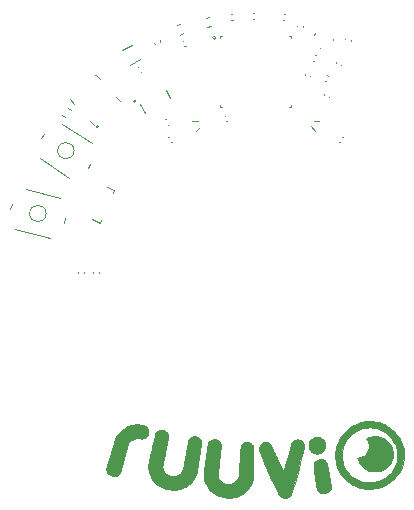
<source format=gto>
G04 #@! TF.FileFunction,Legend,Top*
%FSLAX46Y46*%
G04 Gerber Fmt 4.6, Leading zero omitted, Abs format (unit mm)*
G04 Created by KiCad (PCBNEW 4.0.1-stable) date 2016 January 15, Friday 11:05:17*
%MOMM*%
G01*
G04 APERTURE LIST*
%ADD10C,0.020000*%
%ADD11C,0.100000*%
%ADD12C,0.070000*%
%ADD13C,0.010000*%
%ADD14R,0.700000X0.700000*%
%ADD15C,3.200000*%
%ADD16C,1.100000*%
%ADD17R,1.000000X1.000000*%
%ADD18C,1.800000*%
%ADD19C,1.800000*%
%ADD20R,1.680000X1.680000*%
%ADD21R,0.840000X0.410000*%
%ADD22R,0.410000X0.840000*%
%ADD23C,0.200000*%
G04 APERTURE END LIST*
D10*
D11*
X29571907Y-11682436D02*
X29655774Y-11736900D01*
X29844226Y-11263100D02*
X29928093Y-11317564D01*
X15159923Y-11261492D02*
X15075118Y-11314484D01*
X15424882Y-11685516D02*
X15340077Y-11738508D01*
X28347510Y-6527822D02*
X28441480Y-6562024D01*
X28518520Y-6057976D02*
X28612490Y-6092178D01*
X18419080Y-1991272D02*
X18713568Y-1934030D01*
X18266432Y-1205970D02*
X18560920Y-1148728D01*
X20461979Y-1383406D02*
X20561599Y-1374691D01*
X20418401Y-885309D02*
X20518021Y-876594D01*
X28304523Y-7613729D02*
X28268686Y-7707087D01*
X28771314Y-7792913D02*
X28735477Y-7886271D01*
X6842022Y-8990000D02*
X6612208Y-8797164D01*
X6327792Y-9602836D02*
X6097978Y-9410000D01*
X26053298Y-1785278D02*
X26035074Y-1883604D01*
X26544926Y-1876396D02*
X26526702Y-1974722D01*
X30125721Y-2921854D02*
X30089071Y-3014896D01*
X30590929Y-3105104D02*
X30554279Y-3198146D01*
X27593001Y-4371459D02*
X27496408Y-4345578D01*
X27463592Y-4854422D02*
X27366999Y-4828541D01*
X29345721Y-4941854D02*
X29309071Y-5034896D01*
X29810929Y-5125104D02*
X29774279Y-5218146D01*
X16475278Y-3623695D02*
X16570908Y-3594458D01*
X16329092Y-3145542D02*
X16424722Y-3116305D01*
X16063503Y-2616378D02*
X16350394Y-2528666D01*
X15829606Y-1851334D02*
X16116497Y-1763622D01*
X24814142Y-1373404D02*
X24913594Y-1383857D01*
X24866406Y-876143D02*
X24965858Y-886596D01*
X19983071Y-9964932D02*
X20080885Y-9944141D01*
X19879115Y-9475859D02*
X19976929Y-9455068D01*
X9250000Y-22800000D02*
X9250000Y-22700000D01*
X8750000Y-22800000D02*
X8750000Y-22700000D01*
X7500000Y-22700000D02*
X7500000Y-22800000D01*
X8000000Y-22700000D02*
X8000000Y-22800000D01*
X12781699Y-5791506D02*
X12868301Y-5741506D01*
X12531699Y-5358494D02*
X12618301Y-5308494D01*
X13940337Y-3311658D02*
X13979410Y-3403708D01*
X14400590Y-3116292D02*
X14439663Y-3208342D01*
X22304371Y-1270835D02*
X22404355Y-1269089D01*
X22295645Y-770911D02*
X22395629Y-769165D01*
X15081699Y-10241506D02*
X15168301Y-10191506D01*
X14831699Y-9808494D02*
X14918301Y-9758494D01*
X27128541Y-6153001D02*
X27154422Y-6056408D01*
X26645578Y-6023592D02*
X26671459Y-5926999D01*
X15282532Y-7971410D02*
X14882532Y-7278590D01*
X13117468Y-9221410D02*
X12717468Y-8528590D01*
X12375962Y-8263878D02*
G75*
G03X12375962Y-8263878I-100000J0D01*
G01*
X11020028Y-8244033D02*
X10983460Y-8278133D01*
X8974033Y-6049972D02*
X8937465Y-6084072D01*
X6779972Y-8095967D02*
X6816540Y-8061867D01*
X8825967Y-10290028D02*
X8862535Y-10255928D01*
X11020028Y-8244033D02*
X10679029Y-7878356D01*
X8974033Y-6049972D02*
X9315032Y-6415649D01*
X6779972Y-8095967D02*
X7120971Y-8461644D01*
X8825967Y-10290028D02*
X8484968Y-9924351D01*
X9203703Y-10441234D02*
G75*
G03X9203703Y-10441234I-100001J0D01*
G01*
X9323700Y-18544697D02*
X9425384Y-18316311D01*
X9903624Y-15519184D02*
X10544056Y-15804323D01*
X10544056Y-15804323D02*
X10442811Y-16031722D01*
X9323992Y-18544630D02*
X8683560Y-18259492D01*
D12*
X27213084Y-10392053D02*
X27491083Y-10742362D01*
X27424393Y-9938899D02*
X27871440Y-9926685D01*
X17591785Y-9943283D02*
X17145990Y-9907689D01*
X17779088Y-10406875D02*
X17483136Y-10742154D01*
D11*
X8519804Y-13562168D02*
X8301948Y-13897636D01*
X4578052Y-11002364D02*
X4360196Y-11337832D01*
X4228876Y-13100715D02*
X6744888Y-14734632D01*
X6135112Y-10165368D02*
X8651124Y-11799285D01*
X7139999Y-12450000D02*
G75*
G03X7139999Y-12450000I-699999J0D01*
G01*
X6391690Y-18185040D02*
X6288162Y-18571410D01*
X1851838Y-16968590D02*
X1748310Y-17354960D01*
X2168178Y-19072142D02*
X5065955Y-19848599D01*
X3074045Y-15691401D02*
X5971822Y-16467858D01*
X4770000Y-17770000D02*
G75*
G03X4770000Y-17770000I-700000J0D01*
G01*
X12033013Y-3463782D02*
X11166987Y-3963782D01*
X12733013Y-4676218D02*
X11866987Y-5176218D01*
D13*
G36*
X26149689Y-36909732D02*
X26235819Y-36933871D01*
X26319457Y-36973538D01*
X26402637Y-37029332D01*
X26415685Y-37039514D01*
X26485085Y-37104602D01*
X26539851Y-37178114D01*
X26580309Y-37260580D01*
X26605559Y-37346611D01*
X26609568Y-37366759D01*
X26612615Y-37386361D01*
X26614486Y-37406583D01*
X26614965Y-37428588D01*
X26613836Y-37453540D01*
X26610883Y-37482604D01*
X26605892Y-37516943D01*
X26598647Y-37557723D01*
X26588932Y-37606108D01*
X26576531Y-37663261D01*
X26561229Y-37730346D01*
X26542810Y-37808529D01*
X26521060Y-37898973D01*
X26495761Y-38002843D01*
X26466700Y-38121302D01*
X26448212Y-38196431D01*
X26297045Y-38795183D01*
X26139252Y-39390813D01*
X25975824Y-39979739D01*
X25807750Y-40558375D01*
X25673468Y-41002196D01*
X25639368Y-41112429D01*
X25609455Y-41207815D01*
X25583136Y-41289744D01*
X25559818Y-41359608D01*
X25538907Y-41418797D01*
X25519811Y-41468704D01*
X25501936Y-41510718D01*
X25484689Y-41546231D01*
X25467476Y-41576634D01*
X25449706Y-41603318D01*
X25430784Y-41627674D01*
X25410117Y-41651094D01*
X25387112Y-41674968D01*
X25386192Y-41675895D01*
X25348295Y-41712234D01*
X25315043Y-41739303D01*
X25280785Y-41761274D01*
X25246141Y-41779305D01*
X25154895Y-41814576D01*
X25059531Y-41834594D01*
X24962888Y-41839006D01*
X24867803Y-41827455D01*
X24865268Y-41826915D01*
X24765435Y-41797363D01*
X24674945Y-41753819D01*
X24594107Y-41696457D01*
X24539321Y-41643732D01*
X24522110Y-41623513D01*
X24503766Y-41598905D01*
X24483671Y-41568780D01*
X24461208Y-41532010D01*
X24435761Y-41487466D01*
X24406713Y-41434022D01*
X24373447Y-41370548D01*
X24335346Y-41295916D01*
X24291793Y-41208999D01*
X24242171Y-41108668D01*
X24202387Y-41027588D01*
X24047475Y-40708193D01*
X23900772Y-40399699D01*
X23760893Y-40099060D01*
X23626453Y-39803231D01*
X23496068Y-39509165D01*
X23368354Y-39213817D01*
X23243765Y-38918552D01*
X23196403Y-38804363D01*
X23149405Y-38689890D01*
X23103279Y-38576428D01*
X23058527Y-38465277D01*
X23015656Y-38357735D01*
X22975171Y-38255098D01*
X22937577Y-38158666D01*
X22903379Y-38069735D01*
X22873083Y-37989604D01*
X22847193Y-37919571D01*
X22826214Y-37860933D01*
X22810653Y-37814989D01*
X22801014Y-37783036D01*
X22799609Y-37777471D01*
X22787770Y-37692213D01*
X22791561Y-37606711D01*
X22809802Y-37522695D01*
X22841309Y-37441894D01*
X22884902Y-37366037D01*
X22939398Y-37296854D01*
X23003617Y-37236075D01*
X23076375Y-37185427D01*
X23156492Y-37146642D01*
X23242785Y-37121448D01*
X23248674Y-37120305D01*
X23339294Y-37110670D01*
X23429922Y-37115077D01*
X23516806Y-37133050D01*
X23596191Y-37164111D01*
X23597082Y-37164561D01*
X23647257Y-37197011D01*
X23698349Y-37242766D01*
X23747660Y-37298596D01*
X23792490Y-37361267D01*
X23830143Y-37427549D01*
X23846238Y-37462968D01*
X23884987Y-37556037D01*
X23924784Y-37649981D01*
X23966370Y-37746462D01*
X24010489Y-37847144D01*
X24057883Y-37953689D01*
X24109296Y-38067761D01*
X24165470Y-38191024D01*
X24227149Y-38325139D01*
X24295075Y-38471770D01*
X24340253Y-38568841D01*
X24375943Y-38644998D01*
X24414175Y-38725841D01*
X24454288Y-38810026D01*
X24495622Y-38896209D01*
X24537515Y-38983046D01*
X24579307Y-39069194D01*
X24620335Y-39153307D01*
X24659940Y-39234042D01*
X24697461Y-39310056D01*
X24732236Y-39380004D01*
X24763604Y-39442542D01*
X24790904Y-39496325D01*
X24813476Y-39540012D01*
X24830658Y-39572256D01*
X24841790Y-39591714D01*
X24846016Y-39597198D01*
X24851934Y-39589727D01*
X24860569Y-39570068D01*
X24870126Y-39542347D01*
X24870828Y-39540067D01*
X24922896Y-39369033D01*
X24971053Y-39210077D01*
X25015954Y-39060927D01*
X25058257Y-38919314D01*
X25098617Y-38782964D01*
X25137692Y-38649607D01*
X25176137Y-38516972D01*
X25214609Y-38382786D01*
X25253766Y-38244779D01*
X25294262Y-38100680D01*
X25336755Y-37948216D01*
X25381901Y-37785116D01*
X25430356Y-37609110D01*
X25457318Y-37510860D01*
X25482158Y-37421352D01*
X25503774Y-37346416D01*
X25522938Y-37284174D01*
X25540419Y-37232748D01*
X25556990Y-37190262D01*
X25573422Y-37154836D01*
X25590485Y-37124593D01*
X25608951Y-37097656D01*
X25629590Y-37072147D01*
X25644174Y-37055835D01*
X25698387Y-37004412D01*
X25756586Y-36964893D01*
X25821900Y-36935801D01*
X25897455Y-36915656D01*
X25961812Y-36905638D01*
X26059031Y-36900521D01*
X26149689Y-36909732D01*
X26149689Y-36909732D01*
G37*
X26149689Y-36909732D02*
X26235819Y-36933871D01*
X26319457Y-36973538D01*
X26402637Y-37029332D01*
X26415685Y-37039514D01*
X26485085Y-37104602D01*
X26539851Y-37178114D01*
X26580309Y-37260580D01*
X26605559Y-37346611D01*
X26609568Y-37366759D01*
X26612615Y-37386361D01*
X26614486Y-37406583D01*
X26614965Y-37428588D01*
X26613836Y-37453540D01*
X26610883Y-37482604D01*
X26605892Y-37516943D01*
X26598647Y-37557723D01*
X26588932Y-37606108D01*
X26576531Y-37663261D01*
X26561229Y-37730346D01*
X26542810Y-37808529D01*
X26521060Y-37898973D01*
X26495761Y-38002843D01*
X26466700Y-38121302D01*
X26448212Y-38196431D01*
X26297045Y-38795183D01*
X26139252Y-39390813D01*
X25975824Y-39979739D01*
X25807750Y-40558375D01*
X25673468Y-41002196D01*
X25639368Y-41112429D01*
X25609455Y-41207815D01*
X25583136Y-41289744D01*
X25559818Y-41359608D01*
X25538907Y-41418797D01*
X25519811Y-41468704D01*
X25501936Y-41510718D01*
X25484689Y-41546231D01*
X25467476Y-41576634D01*
X25449706Y-41603318D01*
X25430784Y-41627674D01*
X25410117Y-41651094D01*
X25387112Y-41674968D01*
X25386192Y-41675895D01*
X25348295Y-41712234D01*
X25315043Y-41739303D01*
X25280785Y-41761274D01*
X25246141Y-41779305D01*
X25154895Y-41814576D01*
X25059531Y-41834594D01*
X24962888Y-41839006D01*
X24867803Y-41827455D01*
X24865268Y-41826915D01*
X24765435Y-41797363D01*
X24674945Y-41753819D01*
X24594107Y-41696457D01*
X24539321Y-41643732D01*
X24522110Y-41623513D01*
X24503766Y-41598905D01*
X24483671Y-41568780D01*
X24461208Y-41532010D01*
X24435761Y-41487466D01*
X24406713Y-41434022D01*
X24373447Y-41370548D01*
X24335346Y-41295916D01*
X24291793Y-41208999D01*
X24242171Y-41108668D01*
X24202387Y-41027588D01*
X24047475Y-40708193D01*
X23900772Y-40399699D01*
X23760893Y-40099060D01*
X23626453Y-39803231D01*
X23496068Y-39509165D01*
X23368354Y-39213817D01*
X23243765Y-38918552D01*
X23196403Y-38804363D01*
X23149405Y-38689890D01*
X23103279Y-38576428D01*
X23058527Y-38465277D01*
X23015656Y-38357735D01*
X22975171Y-38255098D01*
X22937577Y-38158666D01*
X22903379Y-38069735D01*
X22873083Y-37989604D01*
X22847193Y-37919571D01*
X22826214Y-37860933D01*
X22810653Y-37814989D01*
X22801014Y-37783036D01*
X22799609Y-37777471D01*
X22787770Y-37692213D01*
X22791561Y-37606711D01*
X22809802Y-37522695D01*
X22841309Y-37441894D01*
X22884902Y-37366037D01*
X22939398Y-37296854D01*
X23003617Y-37236075D01*
X23076375Y-37185427D01*
X23156492Y-37146642D01*
X23242785Y-37121448D01*
X23248674Y-37120305D01*
X23339294Y-37110670D01*
X23429922Y-37115077D01*
X23516806Y-37133050D01*
X23596191Y-37164111D01*
X23597082Y-37164561D01*
X23647257Y-37197011D01*
X23698349Y-37242766D01*
X23747660Y-37298596D01*
X23792490Y-37361267D01*
X23830143Y-37427549D01*
X23846238Y-37462968D01*
X23884987Y-37556037D01*
X23924784Y-37649981D01*
X23966370Y-37746462D01*
X24010489Y-37847144D01*
X24057883Y-37953689D01*
X24109296Y-38067761D01*
X24165470Y-38191024D01*
X24227149Y-38325139D01*
X24295075Y-38471770D01*
X24340253Y-38568841D01*
X24375943Y-38644998D01*
X24414175Y-38725841D01*
X24454288Y-38810026D01*
X24495622Y-38896209D01*
X24537515Y-38983046D01*
X24579307Y-39069194D01*
X24620335Y-39153307D01*
X24659940Y-39234042D01*
X24697461Y-39310056D01*
X24732236Y-39380004D01*
X24763604Y-39442542D01*
X24790904Y-39496325D01*
X24813476Y-39540012D01*
X24830658Y-39572256D01*
X24841790Y-39591714D01*
X24846016Y-39597198D01*
X24851934Y-39589727D01*
X24860569Y-39570068D01*
X24870126Y-39542347D01*
X24870828Y-39540067D01*
X24922896Y-39369033D01*
X24971053Y-39210077D01*
X25015954Y-39060927D01*
X25058257Y-38919314D01*
X25098617Y-38782964D01*
X25137692Y-38649607D01*
X25176137Y-38516972D01*
X25214609Y-38382786D01*
X25253766Y-38244779D01*
X25294262Y-38100680D01*
X25336755Y-37948216D01*
X25381901Y-37785116D01*
X25430356Y-37609110D01*
X25457318Y-37510860D01*
X25482158Y-37421352D01*
X25503774Y-37346416D01*
X25522938Y-37284174D01*
X25540419Y-37232748D01*
X25556990Y-37190262D01*
X25573422Y-37154836D01*
X25590485Y-37124593D01*
X25608951Y-37097656D01*
X25629590Y-37072147D01*
X25644174Y-37055835D01*
X25698387Y-37004412D01*
X25756586Y-36964893D01*
X25821900Y-36935801D01*
X25897455Y-36915656D01*
X25961812Y-36905638D01*
X26059031Y-36900521D01*
X26149689Y-36909732D01*
G36*
X18999755Y-36874440D02*
X19108916Y-36888164D01*
X19206292Y-36913949D01*
X19292115Y-36951935D01*
X19366619Y-37002264D01*
X19430036Y-37065075D01*
X19482600Y-37140508D01*
X19502044Y-37177109D01*
X19530894Y-37242458D01*
X19549599Y-37301965D01*
X19559219Y-37361435D01*
X19560819Y-37426670D01*
X19557592Y-37480567D01*
X19555080Y-37508894D01*
X19551830Y-37543378D01*
X19547765Y-37584746D01*
X19542804Y-37633726D01*
X19536871Y-37691044D01*
X19529887Y-37757426D01*
X19521773Y-37833601D01*
X19512451Y-37920294D01*
X19501842Y-38018233D01*
X19489869Y-38128145D01*
X19476453Y-38250756D01*
X19461516Y-38386794D01*
X19444978Y-38536984D01*
X19426763Y-38702055D01*
X19406790Y-38882733D01*
X19392353Y-39013192D01*
X19376677Y-39154893D01*
X19362786Y-39280803D01*
X19350586Y-39391953D01*
X19339979Y-39489375D01*
X19330871Y-39574101D01*
X19323168Y-39647162D01*
X19316772Y-39709591D01*
X19311589Y-39762418D01*
X19307523Y-39806677D01*
X19304479Y-39843397D01*
X19302362Y-39873612D01*
X19301076Y-39898352D01*
X19300526Y-39918650D01*
X19300616Y-39935536D01*
X19301252Y-39950044D01*
X19302336Y-39963204D01*
X19303518Y-39973913D01*
X19324416Y-40079694D01*
X19360615Y-40180319D01*
X19410986Y-40274705D01*
X19474401Y-40361770D01*
X19549730Y-40440434D01*
X19635846Y-40509613D01*
X19731618Y-40568226D01*
X19835919Y-40615192D01*
X19947619Y-40649427D01*
X20023949Y-40664387D01*
X20064241Y-40668446D01*
X20117371Y-40670552D01*
X20179352Y-40670596D01*
X20218617Y-40669606D01*
X20320436Y-40662869D01*
X20410031Y-40649462D01*
X20491171Y-40628271D01*
X20567624Y-40598180D01*
X20643156Y-40558076D01*
X20685574Y-40531411D01*
X20784226Y-40456643D01*
X20870560Y-40371003D01*
X20943781Y-40275585D01*
X21003098Y-40171480D01*
X21047719Y-40059779D01*
X21061063Y-40014024D01*
X21063999Y-40000979D01*
X21067013Y-39983547D01*
X21070162Y-39960954D01*
X21073504Y-39932426D01*
X21077096Y-39897188D01*
X21080994Y-39854466D01*
X21085256Y-39803485D01*
X21089939Y-39743470D01*
X21095100Y-39673648D01*
X21100795Y-39593243D01*
X21107082Y-39501481D01*
X21114018Y-39397587D01*
X21121660Y-39280788D01*
X21130065Y-39150308D01*
X21139290Y-39005372D01*
X21149391Y-38845208D01*
X21160427Y-38669039D01*
X21162218Y-38640368D01*
X21172268Y-38479304D01*
X21181336Y-38334217D01*
X21189513Y-38204194D01*
X21196893Y-38088318D01*
X21203569Y-37985674D01*
X21209633Y-37895348D01*
X21215177Y-37816423D01*
X21220295Y-37747984D01*
X21225080Y-37689117D01*
X21229622Y-37638905D01*
X21234017Y-37596434D01*
X21238356Y-37560788D01*
X21242731Y-37531052D01*
X21247236Y-37506311D01*
X21251963Y-37485648D01*
X21257006Y-37468150D01*
X21262455Y-37452900D01*
X21268406Y-37438984D01*
X21274949Y-37425486D01*
X21282178Y-37411491D01*
X21287736Y-37400830D01*
X21335924Y-37325423D01*
X21397144Y-37257949D01*
X21468590Y-37200728D01*
X21547451Y-37156080D01*
X21614572Y-37130802D01*
X21649851Y-37123880D01*
X21697022Y-37119413D01*
X21751225Y-37117413D01*
X21807603Y-37117891D01*
X21861297Y-37120859D01*
X21907447Y-37126330D01*
X21926285Y-37130034D01*
X22009270Y-37158144D01*
X22086016Y-37201331D01*
X22155151Y-37258457D01*
X22215304Y-37328386D01*
X22265102Y-37409981D01*
X22265781Y-37411323D01*
X22273586Y-37426658D01*
X22280527Y-37440633D01*
X22286636Y-37454276D01*
X22291948Y-37468614D01*
X22296498Y-37484676D01*
X22300319Y-37503490D01*
X22303447Y-37526083D01*
X22305914Y-37553484D01*
X22307757Y-37586721D01*
X22309008Y-37626821D01*
X22309703Y-37674813D01*
X22309876Y-37731725D01*
X22309560Y-37798584D01*
X22308791Y-37876418D01*
X22307602Y-37966257D01*
X22306028Y-38069127D01*
X22304104Y-38186056D01*
X22301862Y-38318074D01*
X22299896Y-38433419D01*
X22296078Y-38654885D01*
X22292434Y-38859791D01*
X22288956Y-39048503D01*
X22285634Y-39221388D01*
X22282459Y-39378812D01*
X22279424Y-39521143D01*
X22276518Y-39648745D01*
X22273734Y-39761987D01*
X22271062Y-39861234D01*
X22268494Y-39946854D01*
X22266020Y-40019212D01*
X22263633Y-40078674D01*
X22261322Y-40125609D01*
X22259080Y-40160381D01*
X22258037Y-40172739D01*
X22242627Y-40278914D01*
X22216283Y-40392942D01*
X22180379Y-40511059D01*
X22136292Y-40629500D01*
X22085396Y-40744498D01*
X22029067Y-40852288D01*
X21981377Y-40930253D01*
X21875163Y-41075976D01*
X21756074Y-41211008D01*
X21624884Y-41334675D01*
X21482366Y-41446298D01*
X21329293Y-41545203D01*
X21197184Y-41615976D01*
X21051255Y-41681105D01*
X20905088Y-41733232D01*
X20755471Y-41773172D01*
X20599196Y-41801741D01*
X20433052Y-41819756D01*
X20382612Y-41823121D01*
X20334053Y-41825819D01*
X20290496Y-41828014D01*
X20255143Y-41829561D01*
X20231196Y-41830317D01*
X20222849Y-41830292D01*
X20208324Y-41829378D01*
X20180655Y-41827676D01*
X20143598Y-41825416D01*
X20100907Y-41822828D01*
X20093491Y-41822380D01*
X19894879Y-41803182D01*
X19704070Y-41770146D01*
X19521822Y-41723460D01*
X19348888Y-41663312D01*
X19212277Y-41602962D01*
X19076520Y-41531126D01*
X18953104Y-41453587D01*
X18837638Y-41367222D01*
X18725734Y-41268902D01*
X18677826Y-41222379D01*
X18553723Y-41087204D01*
X18443954Y-40943808D01*
X18348880Y-40792858D01*
X18268860Y-40635018D01*
X18204254Y-40470955D01*
X18155424Y-40301332D01*
X18139542Y-40227754D01*
X18132385Y-40189943D01*
X18126870Y-40157060D01*
X18122778Y-40125974D01*
X18119895Y-40093558D01*
X18118004Y-40056681D01*
X18116887Y-40012216D01*
X18116329Y-39957033D01*
X18116115Y-39889200D01*
X18115999Y-39855835D01*
X18115839Y-39826179D01*
X18115751Y-39799239D01*
X18115852Y-39774022D01*
X18116256Y-39749534D01*
X18117080Y-39724783D01*
X18118440Y-39698775D01*
X18120452Y-39670518D01*
X18123232Y-39639018D01*
X18126895Y-39603282D01*
X18131558Y-39562317D01*
X18137337Y-39515129D01*
X18144347Y-39460727D01*
X18152705Y-39398115D01*
X18162526Y-39326303D01*
X18173927Y-39244295D01*
X18187023Y-39151099D01*
X18201931Y-39045723D01*
X18218765Y-38927172D01*
X18237643Y-38794454D01*
X18258680Y-38646576D01*
X18272739Y-38547681D01*
X18297316Y-38374705D01*
X18319644Y-38217653D01*
X18339871Y-38075689D01*
X18358144Y-37947979D01*
X18374610Y-37833689D01*
X18389417Y-37731984D01*
X18402714Y-37642031D01*
X18414646Y-37562994D01*
X18425363Y-37494040D01*
X18435011Y-37434335D01*
X18443739Y-37383043D01*
X18451693Y-37339331D01*
X18459021Y-37302363D01*
X18465871Y-37271307D01*
X18472391Y-37245328D01*
X18478727Y-37223590D01*
X18485028Y-37205261D01*
X18491441Y-37189505D01*
X18498114Y-37175488D01*
X18505195Y-37162377D01*
X18512830Y-37149336D01*
X18521168Y-37135531D01*
X18523086Y-37132349D01*
X18577345Y-37057405D01*
X18642232Y-36993773D01*
X18715805Y-36942504D01*
X18796123Y-36904647D01*
X18881244Y-36881255D01*
X18969227Y-36873377D01*
X18999755Y-36874440D01*
X18999755Y-36874440D01*
G37*
X18999755Y-36874440D02*
X19108916Y-36888164D01*
X19206292Y-36913949D01*
X19292115Y-36951935D01*
X19366619Y-37002264D01*
X19430036Y-37065075D01*
X19482600Y-37140508D01*
X19502044Y-37177109D01*
X19530894Y-37242458D01*
X19549599Y-37301965D01*
X19559219Y-37361435D01*
X19560819Y-37426670D01*
X19557592Y-37480567D01*
X19555080Y-37508894D01*
X19551830Y-37543378D01*
X19547765Y-37584746D01*
X19542804Y-37633726D01*
X19536871Y-37691044D01*
X19529887Y-37757426D01*
X19521773Y-37833601D01*
X19512451Y-37920294D01*
X19501842Y-38018233D01*
X19489869Y-38128145D01*
X19476453Y-38250756D01*
X19461516Y-38386794D01*
X19444978Y-38536984D01*
X19426763Y-38702055D01*
X19406790Y-38882733D01*
X19392353Y-39013192D01*
X19376677Y-39154893D01*
X19362786Y-39280803D01*
X19350586Y-39391953D01*
X19339979Y-39489375D01*
X19330871Y-39574101D01*
X19323168Y-39647162D01*
X19316772Y-39709591D01*
X19311589Y-39762418D01*
X19307523Y-39806677D01*
X19304479Y-39843397D01*
X19302362Y-39873612D01*
X19301076Y-39898352D01*
X19300526Y-39918650D01*
X19300616Y-39935536D01*
X19301252Y-39950044D01*
X19302336Y-39963204D01*
X19303518Y-39973913D01*
X19324416Y-40079694D01*
X19360615Y-40180319D01*
X19410986Y-40274705D01*
X19474401Y-40361770D01*
X19549730Y-40440434D01*
X19635846Y-40509613D01*
X19731618Y-40568226D01*
X19835919Y-40615192D01*
X19947619Y-40649427D01*
X20023949Y-40664387D01*
X20064241Y-40668446D01*
X20117371Y-40670552D01*
X20179352Y-40670596D01*
X20218617Y-40669606D01*
X20320436Y-40662869D01*
X20410031Y-40649462D01*
X20491171Y-40628271D01*
X20567624Y-40598180D01*
X20643156Y-40558076D01*
X20685574Y-40531411D01*
X20784226Y-40456643D01*
X20870560Y-40371003D01*
X20943781Y-40275585D01*
X21003098Y-40171480D01*
X21047719Y-40059779D01*
X21061063Y-40014024D01*
X21063999Y-40000979D01*
X21067013Y-39983547D01*
X21070162Y-39960954D01*
X21073504Y-39932426D01*
X21077096Y-39897188D01*
X21080994Y-39854466D01*
X21085256Y-39803485D01*
X21089939Y-39743470D01*
X21095100Y-39673648D01*
X21100795Y-39593243D01*
X21107082Y-39501481D01*
X21114018Y-39397587D01*
X21121660Y-39280788D01*
X21130065Y-39150308D01*
X21139290Y-39005372D01*
X21149391Y-38845208D01*
X21160427Y-38669039D01*
X21162218Y-38640368D01*
X21172268Y-38479304D01*
X21181336Y-38334217D01*
X21189513Y-38204194D01*
X21196893Y-38088318D01*
X21203569Y-37985674D01*
X21209633Y-37895348D01*
X21215177Y-37816423D01*
X21220295Y-37747984D01*
X21225080Y-37689117D01*
X21229622Y-37638905D01*
X21234017Y-37596434D01*
X21238356Y-37560788D01*
X21242731Y-37531052D01*
X21247236Y-37506311D01*
X21251963Y-37485648D01*
X21257006Y-37468150D01*
X21262455Y-37452900D01*
X21268406Y-37438984D01*
X21274949Y-37425486D01*
X21282178Y-37411491D01*
X21287736Y-37400830D01*
X21335924Y-37325423D01*
X21397144Y-37257949D01*
X21468590Y-37200728D01*
X21547451Y-37156080D01*
X21614572Y-37130802D01*
X21649851Y-37123880D01*
X21697022Y-37119413D01*
X21751225Y-37117413D01*
X21807603Y-37117891D01*
X21861297Y-37120859D01*
X21907447Y-37126330D01*
X21926285Y-37130034D01*
X22009270Y-37158144D01*
X22086016Y-37201331D01*
X22155151Y-37258457D01*
X22215304Y-37328386D01*
X22265102Y-37409981D01*
X22265781Y-37411323D01*
X22273586Y-37426658D01*
X22280527Y-37440633D01*
X22286636Y-37454276D01*
X22291948Y-37468614D01*
X22296498Y-37484676D01*
X22300319Y-37503490D01*
X22303447Y-37526083D01*
X22305914Y-37553484D01*
X22307757Y-37586721D01*
X22309008Y-37626821D01*
X22309703Y-37674813D01*
X22309876Y-37731725D01*
X22309560Y-37798584D01*
X22308791Y-37876418D01*
X22307602Y-37966257D01*
X22306028Y-38069127D01*
X22304104Y-38186056D01*
X22301862Y-38318074D01*
X22299896Y-38433419D01*
X22296078Y-38654885D01*
X22292434Y-38859791D01*
X22288956Y-39048503D01*
X22285634Y-39221388D01*
X22282459Y-39378812D01*
X22279424Y-39521143D01*
X22276518Y-39648745D01*
X22273734Y-39761987D01*
X22271062Y-39861234D01*
X22268494Y-39946854D01*
X22266020Y-40019212D01*
X22263633Y-40078674D01*
X22261322Y-40125609D01*
X22259080Y-40160381D01*
X22258037Y-40172739D01*
X22242627Y-40278914D01*
X22216283Y-40392942D01*
X22180379Y-40511059D01*
X22136292Y-40629500D01*
X22085396Y-40744498D01*
X22029067Y-40852288D01*
X21981377Y-40930253D01*
X21875163Y-41075976D01*
X21756074Y-41211008D01*
X21624884Y-41334675D01*
X21482366Y-41446298D01*
X21329293Y-41545203D01*
X21197184Y-41615976D01*
X21051255Y-41681105D01*
X20905088Y-41733232D01*
X20755471Y-41773172D01*
X20599196Y-41801741D01*
X20433052Y-41819756D01*
X20382612Y-41823121D01*
X20334053Y-41825819D01*
X20290496Y-41828014D01*
X20255143Y-41829561D01*
X20231196Y-41830317D01*
X20222849Y-41830292D01*
X20208324Y-41829378D01*
X20180655Y-41827676D01*
X20143598Y-41825416D01*
X20100907Y-41822828D01*
X20093491Y-41822380D01*
X19894879Y-41803182D01*
X19704070Y-41770146D01*
X19521822Y-41723460D01*
X19348888Y-41663312D01*
X19212277Y-41602962D01*
X19076520Y-41531126D01*
X18953104Y-41453587D01*
X18837638Y-41367222D01*
X18725734Y-41268902D01*
X18677826Y-41222379D01*
X18553723Y-41087204D01*
X18443954Y-40943808D01*
X18348880Y-40792858D01*
X18268860Y-40635018D01*
X18204254Y-40470955D01*
X18155424Y-40301332D01*
X18139542Y-40227754D01*
X18132385Y-40189943D01*
X18126870Y-40157060D01*
X18122778Y-40125974D01*
X18119895Y-40093558D01*
X18118004Y-40056681D01*
X18116887Y-40012216D01*
X18116329Y-39957033D01*
X18116115Y-39889200D01*
X18115999Y-39855835D01*
X18115839Y-39826179D01*
X18115751Y-39799239D01*
X18115852Y-39774022D01*
X18116256Y-39749534D01*
X18117080Y-39724783D01*
X18118440Y-39698775D01*
X18120452Y-39670518D01*
X18123232Y-39639018D01*
X18126895Y-39603282D01*
X18131558Y-39562317D01*
X18137337Y-39515129D01*
X18144347Y-39460727D01*
X18152705Y-39398115D01*
X18162526Y-39326303D01*
X18173927Y-39244295D01*
X18187023Y-39151099D01*
X18201931Y-39045723D01*
X18218765Y-38927172D01*
X18237643Y-38794454D01*
X18258680Y-38646576D01*
X18272739Y-38547681D01*
X18297316Y-38374705D01*
X18319644Y-38217653D01*
X18339871Y-38075689D01*
X18358144Y-37947979D01*
X18374610Y-37833689D01*
X18389417Y-37731984D01*
X18402714Y-37642031D01*
X18414646Y-37562994D01*
X18425363Y-37494040D01*
X18435011Y-37434335D01*
X18443739Y-37383043D01*
X18451693Y-37339331D01*
X18459021Y-37302363D01*
X18465871Y-37271307D01*
X18472391Y-37245328D01*
X18478727Y-37223590D01*
X18485028Y-37205261D01*
X18491441Y-37189505D01*
X18498114Y-37175488D01*
X18505195Y-37162377D01*
X18512830Y-37149336D01*
X18521168Y-37135531D01*
X18523086Y-37132349D01*
X18577345Y-37057405D01*
X18642232Y-36993773D01*
X18715805Y-36942504D01*
X18796123Y-36904647D01*
X18881244Y-36881255D01*
X18969227Y-36873377D01*
X18999755Y-36874440D01*
G36*
X28118574Y-38570196D02*
X28169953Y-38573991D01*
X28208487Y-38580386D01*
X28289644Y-38608338D01*
X28360747Y-38649567D01*
X28422035Y-38704311D01*
X28473751Y-38772810D01*
X28516134Y-38855302D01*
X28534825Y-38904574D01*
X28542115Y-38928571D01*
X28550525Y-38961180D01*
X28560165Y-39003014D01*
X28571148Y-39054682D01*
X28583583Y-39116798D01*
X28597582Y-39189972D01*
X28613256Y-39274815D01*
X28630715Y-39371940D01*
X28650071Y-39481958D01*
X28671434Y-39605479D01*
X28694916Y-39743117D01*
X28720627Y-39895481D01*
X28748679Y-40063184D01*
X28779181Y-40246837D01*
X28787928Y-40299697D01*
X28807406Y-40417687D01*
X28824209Y-40520322D01*
X28838440Y-40608946D01*
X28850205Y-40684900D01*
X28859610Y-40749527D01*
X28866761Y-40804171D01*
X28871761Y-40850174D01*
X28874718Y-40888879D01*
X28875735Y-40921628D01*
X28874919Y-40949764D01*
X28872375Y-40974631D01*
X28868208Y-40997570D01*
X28862524Y-41019925D01*
X28855427Y-41043038D01*
X28848003Y-41065352D01*
X28810809Y-41150174D01*
X28760118Y-41225424D01*
X28696730Y-41290600D01*
X28621441Y-41345198D01*
X28535050Y-41388715D01*
X28438354Y-41420648D01*
X28332151Y-41440494D01*
X28242343Y-41447287D01*
X28169846Y-41447586D01*
X28113380Y-41443573D01*
X28085762Y-41438794D01*
X28028815Y-41423081D01*
X27972418Y-41402934D01*
X27922039Y-41380526D01*
X27884016Y-41358632D01*
X27836534Y-41319559D01*
X27790002Y-41269961D01*
X27749442Y-41215746D01*
X27722758Y-41169068D01*
X27716514Y-41156080D01*
X27710892Y-41144286D01*
X27705731Y-41132757D01*
X27700873Y-41120564D01*
X27696158Y-41106775D01*
X27691427Y-41090461D01*
X27686521Y-41070692D01*
X27681280Y-41046538D01*
X27675544Y-41017070D01*
X27669156Y-40981357D01*
X27661954Y-40938469D01*
X27653780Y-40887478D01*
X27644475Y-40827451D01*
X27633880Y-40757461D01*
X27621834Y-40676576D01*
X27608178Y-40583868D01*
X27592754Y-40478405D01*
X27575402Y-40359259D01*
X27555963Y-40225499D01*
X27534277Y-40076195D01*
X27527399Y-40028854D01*
X27507769Y-39893683D01*
X27490442Y-39774134D01*
X27475274Y-39669081D01*
X27462122Y-39577395D01*
X27450840Y-39497949D01*
X27441284Y-39429616D01*
X27433312Y-39371269D01*
X27426778Y-39321780D01*
X27421539Y-39280021D01*
X27417451Y-39244865D01*
X27414369Y-39215186D01*
X27412150Y-39189854D01*
X27410649Y-39167744D01*
X27409723Y-39147727D01*
X27409227Y-39128676D01*
X27409017Y-39109464D01*
X27408983Y-39102063D01*
X27412623Y-39024601D01*
X27425002Y-38957557D01*
X27447420Y-38896147D01*
X27481174Y-38835585D01*
X27481351Y-38835311D01*
X27539471Y-38760811D01*
X27610174Y-38697322D01*
X27692831Y-38645277D01*
X27786809Y-38605111D01*
X27840310Y-38588965D01*
X27883456Y-38580536D01*
X27937462Y-38574337D01*
X27997721Y-38570476D01*
X28059627Y-38569060D01*
X28118574Y-38570196D01*
X28118574Y-38570196D01*
G37*
X28118574Y-38570196D02*
X28169953Y-38573991D01*
X28208487Y-38580386D01*
X28289644Y-38608338D01*
X28360747Y-38649567D01*
X28422035Y-38704311D01*
X28473751Y-38772810D01*
X28516134Y-38855302D01*
X28534825Y-38904574D01*
X28542115Y-38928571D01*
X28550525Y-38961180D01*
X28560165Y-39003014D01*
X28571148Y-39054682D01*
X28583583Y-39116798D01*
X28597582Y-39189972D01*
X28613256Y-39274815D01*
X28630715Y-39371940D01*
X28650071Y-39481958D01*
X28671434Y-39605479D01*
X28694916Y-39743117D01*
X28720627Y-39895481D01*
X28748679Y-40063184D01*
X28779181Y-40246837D01*
X28787928Y-40299697D01*
X28807406Y-40417687D01*
X28824209Y-40520322D01*
X28838440Y-40608946D01*
X28850205Y-40684900D01*
X28859610Y-40749527D01*
X28866761Y-40804171D01*
X28871761Y-40850174D01*
X28874718Y-40888879D01*
X28875735Y-40921628D01*
X28874919Y-40949764D01*
X28872375Y-40974631D01*
X28868208Y-40997570D01*
X28862524Y-41019925D01*
X28855427Y-41043038D01*
X28848003Y-41065352D01*
X28810809Y-41150174D01*
X28760118Y-41225424D01*
X28696730Y-41290600D01*
X28621441Y-41345198D01*
X28535050Y-41388715D01*
X28438354Y-41420648D01*
X28332151Y-41440494D01*
X28242343Y-41447287D01*
X28169846Y-41447586D01*
X28113380Y-41443573D01*
X28085762Y-41438794D01*
X28028815Y-41423081D01*
X27972418Y-41402934D01*
X27922039Y-41380526D01*
X27884016Y-41358632D01*
X27836534Y-41319559D01*
X27790002Y-41269961D01*
X27749442Y-41215746D01*
X27722758Y-41169068D01*
X27716514Y-41156080D01*
X27710892Y-41144286D01*
X27705731Y-41132757D01*
X27700873Y-41120564D01*
X27696158Y-41106775D01*
X27691427Y-41090461D01*
X27686521Y-41070692D01*
X27681280Y-41046538D01*
X27675544Y-41017070D01*
X27669156Y-40981357D01*
X27661954Y-40938469D01*
X27653780Y-40887478D01*
X27644475Y-40827451D01*
X27633880Y-40757461D01*
X27621834Y-40676576D01*
X27608178Y-40583868D01*
X27592754Y-40478405D01*
X27575402Y-40359259D01*
X27555963Y-40225499D01*
X27534277Y-40076195D01*
X27527399Y-40028854D01*
X27507769Y-39893683D01*
X27490442Y-39774134D01*
X27475274Y-39669081D01*
X27462122Y-39577395D01*
X27450840Y-39497949D01*
X27441284Y-39429616D01*
X27433312Y-39371269D01*
X27426778Y-39321780D01*
X27421539Y-39280021D01*
X27417451Y-39244865D01*
X27414369Y-39215186D01*
X27412150Y-39189854D01*
X27410649Y-39167744D01*
X27409723Y-39147727D01*
X27409227Y-39128676D01*
X27409017Y-39109464D01*
X27408983Y-39102063D01*
X27412623Y-39024601D01*
X27425002Y-38957557D01*
X27447420Y-38896147D01*
X27481174Y-38835585D01*
X27481351Y-38835311D01*
X27539471Y-38760811D01*
X27610174Y-38697322D01*
X27692831Y-38645277D01*
X27786809Y-38605111D01*
X27840310Y-38588965D01*
X27883456Y-38580536D01*
X27937462Y-38574337D01*
X27997721Y-38570476D01*
X28059627Y-38569060D01*
X28118574Y-38570196D01*
G36*
X14606924Y-36096311D02*
X14615281Y-36097850D01*
X14708741Y-36120224D01*
X14789335Y-36150102D01*
X14860038Y-36189030D01*
X14923830Y-36238555D01*
X14965324Y-36279661D01*
X15019122Y-36348046D01*
X15059743Y-36423683D01*
X15088942Y-36509863D01*
X15089674Y-36512702D01*
X15093781Y-36528213D01*
X15097559Y-36542217D01*
X15100876Y-36555498D01*
X15103599Y-36568840D01*
X15105595Y-36583027D01*
X15106730Y-36598843D01*
X15106873Y-36617073D01*
X15105890Y-36638501D01*
X15103648Y-36663910D01*
X15100015Y-36694085D01*
X15094857Y-36729810D01*
X15088042Y-36771870D01*
X15079436Y-36821047D01*
X15068908Y-36878127D01*
X15056323Y-36943894D01*
X15041549Y-37019131D01*
X15024454Y-37104624D01*
X15004904Y-37201155D01*
X14982766Y-37309509D01*
X14957908Y-37430471D01*
X14930197Y-37564824D01*
X14899499Y-37713352D01*
X14865682Y-37876841D01*
X14828613Y-38056073D01*
X14825842Y-38069474D01*
X14795752Y-38215403D01*
X14767300Y-38354154D01*
X14740653Y-38484884D01*
X14715978Y-38606751D01*
X14693442Y-38718914D01*
X14673210Y-38820530D01*
X14655450Y-38910758D01*
X14640328Y-38988756D01*
X14628011Y-39053682D01*
X14618665Y-39104695D01*
X14612457Y-39140952D01*
X14609553Y-39161612D01*
X14609414Y-39163283D01*
X14610981Y-39263358D01*
X14628499Y-39363616D01*
X14661108Y-39462261D01*
X14707948Y-39557497D01*
X14768158Y-39647527D01*
X14840880Y-39730555D01*
X14911349Y-39793850D01*
X15011701Y-39863792D01*
X15119875Y-39918833D01*
X15235386Y-39958823D01*
X15357745Y-39983608D01*
X15486466Y-39993038D01*
X15546575Y-39992221D01*
X15671482Y-39979525D01*
X15789651Y-39951942D01*
X15900201Y-39910022D01*
X16002254Y-39854314D01*
X16094929Y-39785367D01*
X16177348Y-39703732D01*
X16248631Y-39609959D01*
X16299601Y-39521533D01*
X16307616Y-39505522D01*
X16315021Y-39490254D01*
X16321993Y-39474883D01*
X16328705Y-39458567D01*
X16335333Y-39440460D01*
X16342052Y-39419718D01*
X16349037Y-39395497D01*
X16356464Y-39366952D01*
X16364507Y-39333239D01*
X16373342Y-39293514D01*
X16383144Y-39246932D01*
X16394087Y-39192649D01*
X16406348Y-39129820D01*
X16420101Y-39057602D01*
X16435522Y-38975150D01*
X16452785Y-38881619D01*
X16472066Y-38776165D01*
X16493540Y-38657944D01*
X16517382Y-38526112D01*
X16543767Y-38379824D01*
X16572871Y-38218235D01*
X16592033Y-38111793D01*
X16621138Y-37950159D01*
X16647438Y-37804306D01*
X16671121Y-37673351D01*
X16692378Y-37556416D01*
X16711399Y-37452619D01*
X16728373Y-37361079D01*
X16743490Y-37280917D01*
X16756940Y-37211251D01*
X16768913Y-37151202D01*
X16779598Y-37099887D01*
X16789185Y-37056428D01*
X16797864Y-37019942D01*
X16805824Y-36989551D01*
X16813256Y-36964372D01*
X16820349Y-36943526D01*
X16827292Y-36926132D01*
X16834277Y-36911309D01*
X16841491Y-36898177D01*
X16849126Y-36885856D01*
X16857370Y-36873464D01*
X16859571Y-36870219D01*
X16921352Y-36793599D01*
X16993582Y-36730297D01*
X17076244Y-36680326D01*
X17139175Y-36653690D01*
X17168220Y-36643979D01*
X17194173Y-36637553D01*
X17221933Y-36633763D01*
X17256396Y-36631963D01*
X17302463Y-36631506D01*
X17307054Y-36631508D01*
X17410115Y-36636828D01*
X17501573Y-36653049D01*
X17583349Y-36680886D01*
X17657359Y-36721053D01*
X17725524Y-36774266D01*
X17748195Y-36795944D01*
X17786836Y-36837371D01*
X17816168Y-36875992D01*
X17840990Y-36918356D01*
X17847806Y-36931820D01*
X17873150Y-36991063D01*
X17891802Y-37050927D01*
X17902744Y-37107115D01*
X17904960Y-37155328D01*
X17903703Y-37168074D01*
X17901150Y-37185149D01*
X17896192Y-37217664D01*
X17889031Y-37264334D01*
X17879865Y-37323875D01*
X17868893Y-37395000D01*
X17856316Y-37476424D01*
X17842332Y-37566862D01*
X17827141Y-37665027D01*
X17810942Y-37769636D01*
X17793935Y-37879401D01*
X17776320Y-37993038D01*
X17758295Y-38109261D01*
X17740060Y-38226785D01*
X17721815Y-38344324D01*
X17703760Y-38460593D01*
X17686092Y-38574306D01*
X17669013Y-38684178D01*
X17652721Y-38788924D01*
X17637416Y-38887257D01*
X17623298Y-38977893D01*
X17610565Y-39059546D01*
X17599418Y-39130930D01*
X17590055Y-39190761D01*
X17582676Y-39237751D01*
X17577481Y-39270618D01*
X17577366Y-39271340D01*
X17559395Y-39382959D01*
X17543291Y-39479639D01*
X17528616Y-39563211D01*
X17514932Y-39635506D01*
X17501800Y-39698354D01*
X17488781Y-39753588D01*
X17475437Y-39803036D01*
X17461329Y-39848531D01*
X17446018Y-39891903D01*
X17429067Y-39934984D01*
X17410035Y-39979603D01*
X17404920Y-39991171D01*
X17323020Y-40155748D01*
X17228898Y-40308637D01*
X17122486Y-40449907D01*
X17003717Y-40579630D01*
X16872523Y-40697874D01*
X16728836Y-40804708D01*
X16572590Y-40900204D01*
X16473366Y-40951803D01*
X16389340Y-40991508D01*
X16314297Y-41023714D01*
X16243154Y-41050343D01*
X16170827Y-41073315D01*
X16102163Y-41092030D01*
X16029709Y-41109643D01*
X15964078Y-41123298D01*
X15901022Y-41133518D01*
X15836294Y-41140822D01*
X15765646Y-41145735D01*
X15684832Y-41148777D01*
X15631213Y-41149896D01*
X15573391Y-41150679D01*
X15519967Y-41151093D01*
X15473692Y-41151140D01*
X15437319Y-41150824D01*
X15413598Y-41150149D01*
X15406921Y-41149623D01*
X15387307Y-41147102D01*
X15356215Y-41143332D01*
X15318991Y-41138958D01*
X15301123Y-41136902D01*
X15259004Y-41131337D01*
X15207529Y-41123418D01*
X15153901Y-41114302D01*
X15114918Y-41107045D01*
X14922505Y-41061653D01*
X14739573Y-41002631D01*
X14566449Y-40930221D01*
X14403461Y-40844666D01*
X14250936Y-40746210D01*
X14109201Y-40635094D01*
X13978585Y-40511562D01*
X13859414Y-40375856D01*
X13752015Y-40228219D01*
X13656717Y-40068893D01*
X13620715Y-39999230D01*
X13548410Y-39834634D01*
X13492619Y-39667044D01*
X13453415Y-39496939D01*
X13430874Y-39324801D01*
X13425071Y-39151107D01*
X13436080Y-38976338D01*
X13447747Y-38889740D01*
X13453012Y-38857542D01*
X13458955Y-38823355D01*
X13465791Y-38786211D01*
X13473731Y-38745142D01*
X13482988Y-38699178D01*
X13493776Y-38647351D01*
X13506307Y-38588694D01*
X13520794Y-38522237D01*
X13537449Y-38447012D01*
X13556486Y-38362051D01*
X13578118Y-38266385D01*
X13602556Y-38159045D01*
X13630015Y-38039064D01*
X13660706Y-37905473D01*
X13694843Y-37757303D01*
X13731219Y-37599730D01*
X13769158Y-37435489D01*
X13803499Y-37286886D01*
X13834471Y-37153073D01*
X13862307Y-37033201D01*
X13887238Y-36926419D01*
X13909495Y-36831878D01*
X13929309Y-36748729D01*
X13946912Y-36676122D01*
X13962535Y-36613208D01*
X13976410Y-36559137D01*
X13988767Y-36513060D01*
X13999839Y-36474128D01*
X14009856Y-36441490D01*
X14019050Y-36414297D01*
X14027652Y-36391701D01*
X14035893Y-36372850D01*
X14044005Y-36356897D01*
X14052220Y-36342991D01*
X14060767Y-36330283D01*
X14069880Y-36317923D01*
X14079788Y-36305063D01*
X14085950Y-36297093D01*
X14139528Y-36235858D01*
X14197630Y-36187199D01*
X14265510Y-36146781D01*
X14272311Y-36143383D01*
X14354527Y-36109540D01*
X14435150Y-36090752D01*
X14518006Y-36086511D01*
X14606924Y-36096311D01*
X14606924Y-36096311D01*
G37*
X14606924Y-36096311D02*
X14615281Y-36097850D01*
X14708741Y-36120224D01*
X14789335Y-36150102D01*
X14860038Y-36189030D01*
X14923830Y-36238555D01*
X14965324Y-36279661D01*
X15019122Y-36348046D01*
X15059743Y-36423683D01*
X15088942Y-36509863D01*
X15089674Y-36512702D01*
X15093781Y-36528213D01*
X15097559Y-36542217D01*
X15100876Y-36555498D01*
X15103599Y-36568840D01*
X15105595Y-36583027D01*
X15106730Y-36598843D01*
X15106873Y-36617073D01*
X15105890Y-36638501D01*
X15103648Y-36663910D01*
X15100015Y-36694085D01*
X15094857Y-36729810D01*
X15088042Y-36771870D01*
X15079436Y-36821047D01*
X15068908Y-36878127D01*
X15056323Y-36943894D01*
X15041549Y-37019131D01*
X15024454Y-37104624D01*
X15004904Y-37201155D01*
X14982766Y-37309509D01*
X14957908Y-37430471D01*
X14930197Y-37564824D01*
X14899499Y-37713352D01*
X14865682Y-37876841D01*
X14828613Y-38056073D01*
X14825842Y-38069474D01*
X14795752Y-38215403D01*
X14767300Y-38354154D01*
X14740653Y-38484884D01*
X14715978Y-38606751D01*
X14693442Y-38718914D01*
X14673210Y-38820530D01*
X14655450Y-38910758D01*
X14640328Y-38988756D01*
X14628011Y-39053682D01*
X14618665Y-39104695D01*
X14612457Y-39140952D01*
X14609553Y-39161612D01*
X14609414Y-39163283D01*
X14610981Y-39263358D01*
X14628499Y-39363616D01*
X14661108Y-39462261D01*
X14707948Y-39557497D01*
X14768158Y-39647527D01*
X14840880Y-39730555D01*
X14911349Y-39793850D01*
X15011701Y-39863792D01*
X15119875Y-39918833D01*
X15235386Y-39958823D01*
X15357745Y-39983608D01*
X15486466Y-39993038D01*
X15546575Y-39992221D01*
X15671482Y-39979525D01*
X15789651Y-39951942D01*
X15900201Y-39910022D01*
X16002254Y-39854314D01*
X16094929Y-39785367D01*
X16177348Y-39703732D01*
X16248631Y-39609959D01*
X16299601Y-39521533D01*
X16307616Y-39505522D01*
X16315021Y-39490254D01*
X16321993Y-39474883D01*
X16328705Y-39458567D01*
X16335333Y-39440460D01*
X16342052Y-39419718D01*
X16349037Y-39395497D01*
X16356464Y-39366952D01*
X16364507Y-39333239D01*
X16373342Y-39293514D01*
X16383144Y-39246932D01*
X16394087Y-39192649D01*
X16406348Y-39129820D01*
X16420101Y-39057602D01*
X16435522Y-38975150D01*
X16452785Y-38881619D01*
X16472066Y-38776165D01*
X16493540Y-38657944D01*
X16517382Y-38526112D01*
X16543767Y-38379824D01*
X16572871Y-38218235D01*
X16592033Y-38111793D01*
X16621138Y-37950159D01*
X16647438Y-37804306D01*
X16671121Y-37673351D01*
X16692378Y-37556416D01*
X16711399Y-37452619D01*
X16728373Y-37361079D01*
X16743490Y-37280917D01*
X16756940Y-37211251D01*
X16768913Y-37151202D01*
X16779598Y-37099887D01*
X16789185Y-37056428D01*
X16797864Y-37019942D01*
X16805824Y-36989551D01*
X16813256Y-36964372D01*
X16820349Y-36943526D01*
X16827292Y-36926132D01*
X16834277Y-36911309D01*
X16841491Y-36898177D01*
X16849126Y-36885856D01*
X16857370Y-36873464D01*
X16859571Y-36870219D01*
X16921352Y-36793599D01*
X16993582Y-36730297D01*
X17076244Y-36680326D01*
X17139175Y-36653690D01*
X17168220Y-36643979D01*
X17194173Y-36637553D01*
X17221933Y-36633763D01*
X17256396Y-36631963D01*
X17302463Y-36631506D01*
X17307054Y-36631508D01*
X17410115Y-36636828D01*
X17501573Y-36653049D01*
X17583349Y-36680886D01*
X17657359Y-36721053D01*
X17725524Y-36774266D01*
X17748195Y-36795944D01*
X17786836Y-36837371D01*
X17816168Y-36875992D01*
X17840990Y-36918356D01*
X17847806Y-36931820D01*
X17873150Y-36991063D01*
X17891802Y-37050927D01*
X17902744Y-37107115D01*
X17904960Y-37155328D01*
X17903703Y-37168074D01*
X17901150Y-37185149D01*
X17896192Y-37217664D01*
X17889031Y-37264334D01*
X17879865Y-37323875D01*
X17868893Y-37395000D01*
X17856316Y-37476424D01*
X17842332Y-37566862D01*
X17827141Y-37665027D01*
X17810942Y-37769636D01*
X17793935Y-37879401D01*
X17776320Y-37993038D01*
X17758295Y-38109261D01*
X17740060Y-38226785D01*
X17721815Y-38344324D01*
X17703760Y-38460593D01*
X17686092Y-38574306D01*
X17669013Y-38684178D01*
X17652721Y-38788924D01*
X17637416Y-38887257D01*
X17623298Y-38977893D01*
X17610565Y-39059546D01*
X17599418Y-39130930D01*
X17590055Y-39190761D01*
X17582676Y-39237751D01*
X17577481Y-39270618D01*
X17577366Y-39271340D01*
X17559395Y-39382959D01*
X17543291Y-39479639D01*
X17528616Y-39563211D01*
X17514932Y-39635506D01*
X17501800Y-39698354D01*
X17488781Y-39753588D01*
X17475437Y-39803036D01*
X17461329Y-39848531D01*
X17446018Y-39891903D01*
X17429067Y-39934984D01*
X17410035Y-39979603D01*
X17404920Y-39991171D01*
X17323020Y-40155748D01*
X17228898Y-40308637D01*
X17122486Y-40449907D01*
X17003717Y-40579630D01*
X16872523Y-40697874D01*
X16728836Y-40804708D01*
X16572590Y-40900204D01*
X16473366Y-40951803D01*
X16389340Y-40991508D01*
X16314297Y-41023714D01*
X16243154Y-41050343D01*
X16170827Y-41073315D01*
X16102163Y-41092030D01*
X16029709Y-41109643D01*
X15964078Y-41123298D01*
X15901022Y-41133518D01*
X15836294Y-41140822D01*
X15765646Y-41145735D01*
X15684832Y-41148777D01*
X15631213Y-41149896D01*
X15573391Y-41150679D01*
X15519967Y-41151093D01*
X15473692Y-41151140D01*
X15437319Y-41150824D01*
X15413598Y-41150149D01*
X15406921Y-41149623D01*
X15387307Y-41147102D01*
X15356215Y-41143332D01*
X15318991Y-41138958D01*
X15301123Y-41136902D01*
X15259004Y-41131337D01*
X15207529Y-41123418D01*
X15153901Y-41114302D01*
X15114918Y-41107045D01*
X14922505Y-41061653D01*
X14739573Y-41002631D01*
X14566449Y-40930221D01*
X14403461Y-40844666D01*
X14250936Y-40746210D01*
X14109201Y-40635094D01*
X13978585Y-40511562D01*
X13859414Y-40375856D01*
X13752015Y-40228219D01*
X13656717Y-40068893D01*
X13620715Y-39999230D01*
X13548410Y-39834634D01*
X13492619Y-39667044D01*
X13453415Y-39496939D01*
X13430874Y-39324801D01*
X13425071Y-39151107D01*
X13436080Y-38976338D01*
X13447747Y-38889740D01*
X13453012Y-38857542D01*
X13458955Y-38823355D01*
X13465791Y-38786211D01*
X13473731Y-38745142D01*
X13482988Y-38699178D01*
X13493776Y-38647351D01*
X13506307Y-38588694D01*
X13520794Y-38522237D01*
X13537449Y-38447012D01*
X13556486Y-38362051D01*
X13578118Y-38266385D01*
X13602556Y-38159045D01*
X13630015Y-38039064D01*
X13660706Y-37905473D01*
X13694843Y-37757303D01*
X13731219Y-37599730D01*
X13769158Y-37435489D01*
X13803499Y-37286886D01*
X13834471Y-37153073D01*
X13862307Y-37033201D01*
X13887238Y-36926419D01*
X13909495Y-36831878D01*
X13929309Y-36748729D01*
X13946912Y-36676122D01*
X13962535Y-36613208D01*
X13976410Y-36559137D01*
X13988767Y-36513060D01*
X13999839Y-36474128D01*
X14009856Y-36441490D01*
X14019050Y-36414297D01*
X14027652Y-36391701D01*
X14035893Y-36372850D01*
X14044005Y-36356897D01*
X14052220Y-36342991D01*
X14060767Y-36330283D01*
X14069880Y-36317923D01*
X14079788Y-36305063D01*
X14085950Y-36297093D01*
X14139528Y-36235858D01*
X14197630Y-36187199D01*
X14265510Y-36146781D01*
X14272311Y-36143383D01*
X14354527Y-36109540D01*
X14435150Y-36090752D01*
X14518006Y-36086511D01*
X14606924Y-36096311D01*
G36*
X32195760Y-35344691D02*
X32282478Y-35346517D01*
X32362920Y-35349953D01*
X32433278Y-35354997D01*
X32478497Y-35360018D01*
X32707156Y-35399156D01*
X32927891Y-35453253D01*
X33140709Y-35522312D01*
X33345614Y-35606334D01*
X33542612Y-35705323D01*
X33731708Y-35819280D01*
X33912907Y-35948210D01*
X34086214Y-36092113D01*
X34184399Y-36183683D01*
X34339764Y-36346284D01*
X34481598Y-36518499D01*
X34609522Y-36699589D01*
X34723162Y-36888813D01*
X34822142Y-37085433D01*
X34906085Y-37288706D01*
X34974615Y-37497894D01*
X35027357Y-37712257D01*
X35060969Y-37908661D01*
X35067607Y-37971696D01*
X35072442Y-38047514D01*
X35075471Y-38132065D01*
X35076692Y-38221301D01*
X35076101Y-38311173D01*
X35073696Y-38397631D01*
X35069474Y-38476627D01*
X35063433Y-38544112D01*
X35061417Y-38560377D01*
X35023991Y-38778219D01*
X34970795Y-38990024D01*
X34902004Y-39195445D01*
X34817789Y-39394136D01*
X34718325Y-39585750D01*
X34603783Y-39769941D01*
X34474338Y-39946362D01*
X34330162Y-40114668D01*
X34236022Y-40212241D01*
X34072986Y-40362119D01*
X33899286Y-40499136D01*
X33715743Y-40622866D01*
X33523177Y-40732884D01*
X33322411Y-40828764D01*
X33114263Y-40910081D01*
X32899556Y-40976409D01*
X32679110Y-41027324D01*
X32654587Y-41031957D01*
X32564987Y-41046476D01*
X32465674Y-41059037D01*
X32361194Y-41069298D01*
X32256092Y-41076914D01*
X32154913Y-41081542D01*
X32062203Y-41082839D01*
X32000290Y-41081389D01*
X31771299Y-41063555D01*
X31549892Y-41030712D01*
X31335658Y-40982770D01*
X31128183Y-40919640D01*
X30963469Y-40856754D01*
X30764136Y-40764633D01*
X30574930Y-40659407D01*
X30396319Y-40541661D01*
X30228772Y-40411983D01*
X30072760Y-40270958D01*
X29928749Y-40119173D01*
X29797211Y-39957214D01*
X29678613Y-39785668D01*
X29573424Y-39605120D01*
X29482115Y-39416157D01*
X29405153Y-39219365D01*
X29343008Y-39015332D01*
X29296148Y-38804642D01*
X29288945Y-38763509D01*
X29270820Y-38641401D01*
X29258669Y-38524579D01*
X29252082Y-38406935D01*
X29250650Y-38282359D01*
X29251730Y-38218385D01*
X29792195Y-38218385D01*
X29797358Y-38407966D01*
X29799684Y-38437651D01*
X29824730Y-38636636D01*
X29865156Y-38829545D01*
X29920597Y-39015757D01*
X29990686Y-39194651D01*
X30075059Y-39365606D01*
X30173350Y-39528001D01*
X30285194Y-39681215D01*
X30410227Y-39824627D01*
X30548082Y-39957617D01*
X30698395Y-40079563D01*
X30812048Y-40158818D01*
X30981495Y-40259606D01*
X31157958Y-40345163D01*
X31340749Y-40415330D01*
X31529180Y-40469948D01*
X31722564Y-40508860D01*
X31920211Y-40531906D01*
X32121433Y-40538928D01*
X32325543Y-40529768D01*
X32393330Y-40523176D01*
X32586001Y-40493702D01*
X32777994Y-40448182D01*
X32967026Y-40387422D01*
X33150815Y-40312229D01*
X33327078Y-40223408D01*
X33450512Y-40149900D01*
X33549745Y-40081678D01*
X33652342Y-40002149D01*
X33754392Y-39914807D01*
X33851981Y-39823145D01*
X33941201Y-39730658D01*
X34012417Y-39647981D01*
X34130718Y-39488017D01*
X34234022Y-39320241D01*
X34322241Y-39144852D01*
X34395291Y-38962050D01*
X34453085Y-38772035D01*
X34495537Y-38575004D01*
X34507229Y-38501130D01*
X34511863Y-38456305D01*
X34515176Y-38398284D01*
X34517194Y-38330744D01*
X34517945Y-38257363D01*
X34517456Y-38181816D01*
X34515753Y-38107783D01*
X34512864Y-38038941D01*
X34508816Y-37978966D01*
X34503636Y-37931537D01*
X34502997Y-37927237D01*
X34465442Y-37730659D01*
X34414404Y-37543242D01*
X34349308Y-37363198D01*
X34269579Y-37188738D01*
X34259549Y-37169150D01*
X34161129Y-36997233D01*
X34049237Y-36834978D01*
X33924743Y-36683050D01*
X33788515Y-36542115D01*
X33641420Y-36412839D01*
X33484328Y-36295888D01*
X33318106Y-36191928D01*
X33143624Y-36101624D01*
X32961749Y-36025642D01*
X32773350Y-35964648D01*
X32647774Y-35933348D01*
X32482785Y-35904139D01*
X32310091Y-35886988D01*
X32133949Y-35881975D01*
X31958615Y-35889181D01*
X31788346Y-35908686D01*
X31742580Y-35916287D01*
X31562895Y-35956177D01*
X31384438Y-36011207D01*
X31209566Y-36080282D01*
X31040639Y-36162307D01*
X30880013Y-36256189D01*
X30730048Y-36360832D01*
X30654539Y-36421252D01*
X30605448Y-36464524D01*
X30550302Y-36516506D01*
X30492396Y-36573813D01*
X30435023Y-36633059D01*
X30381479Y-36690859D01*
X30335055Y-36743826D01*
X30305908Y-36779608D01*
X30191360Y-36940006D01*
X30090416Y-37108507D01*
X30003464Y-37283837D01*
X29930894Y-37464723D01*
X29873093Y-37649894D01*
X29830451Y-37838076D01*
X29803355Y-38027997D01*
X29792195Y-38218385D01*
X29251730Y-38218385D01*
X29251860Y-38210689D01*
X29264338Y-37996987D01*
X29291070Y-37790278D01*
X29332535Y-37588634D01*
X29389211Y-37390126D01*
X29461580Y-37192826D01*
X29550119Y-36994807D01*
X29558526Y-36977638D01*
X29655248Y-36795255D01*
X29759510Y-36626064D01*
X29873304Y-36467263D01*
X29998619Y-36316051D01*
X30121288Y-36185752D01*
X30255752Y-36057959D01*
X30391958Y-35943677D01*
X30533526Y-35840289D01*
X30684077Y-35745173D01*
X30847234Y-35655712D01*
X30870367Y-35643954D01*
X31056180Y-35558036D01*
X31243972Y-35486919D01*
X31436459Y-35429775D01*
X31636356Y-35385773D01*
X31801390Y-35359748D01*
X31862335Y-35353506D01*
X31936054Y-35348881D01*
X32018738Y-35345871D01*
X32106577Y-35344475D01*
X32195760Y-35344691D01*
X32195760Y-35344691D01*
G37*
X32195760Y-35344691D02*
X32282478Y-35346517D01*
X32362920Y-35349953D01*
X32433278Y-35354997D01*
X32478497Y-35360018D01*
X32707156Y-35399156D01*
X32927891Y-35453253D01*
X33140709Y-35522312D01*
X33345614Y-35606334D01*
X33542612Y-35705323D01*
X33731708Y-35819280D01*
X33912907Y-35948210D01*
X34086214Y-36092113D01*
X34184399Y-36183683D01*
X34339764Y-36346284D01*
X34481598Y-36518499D01*
X34609522Y-36699589D01*
X34723162Y-36888813D01*
X34822142Y-37085433D01*
X34906085Y-37288706D01*
X34974615Y-37497894D01*
X35027357Y-37712257D01*
X35060969Y-37908661D01*
X35067607Y-37971696D01*
X35072442Y-38047514D01*
X35075471Y-38132065D01*
X35076692Y-38221301D01*
X35076101Y-38311173D01*
X35073696Y-38397631D01*
X35069474Y-38476627D01*
X35063433Y-38544112D01*
X35061417Y-38560377D01*
X35023991Y-38778219D01*
X34970795Y-38990024D01*
X34902004Y-39195445D01*
X34817789Y-39394136D01*
X34718325Y-39585750D01*
X34603783Y-39769941D01*
X34474338Y-39946362D01*
X34330162Y-40114668D01*
X34236022Y-40212241D01*
X34072986Y-40362119D01*
X33899286Y-40499136D01*
X33715743Y-40622866D01*
X33523177Y-40732884D01*
X33322411Y-40828764D01*
X33114263Y-40910081D01*
X32899556Y-40976409D01*
X32679110Y-41027324D01*
X32654587Y-41031957D01*
X32564987Y-41046476D01*
X32465674Y-41059037D01*
X32361194Y-41069298D01*
X32256092Y-41076914D01*
X32154913Y-41081542D01*
X32062203Y-41082839D01*
X32000290Y-41081389D01*
X31771299Y-41063555D01*
X31549892Y-41030712D01*
X31335658Y-40982770D01*
X31128183Y-40919640D01*
X30963469Y-40856754D01*
X30764136Y-40764633D01*
X30574930Y-40659407D01*
X30396319Y-40541661D01*
X30228772Y-40411983D01*
X30072760Y-40270958D01*
X29928749Y-40119173D01*
X29797211Y-39957214D01*
X29678613Y-39785668D01*
X29573424Y-39605120D01*
X29482115Y-39416157D01*
X29405153Y-39219365D01*
X29343008Y-39015332D01*
X29296148Y-38804642D01*
X29288945Y-38763509D01*
X29270820Y-38641401D01*
X29258669Y-38524579D01*
X29252082Y-38406935D01*
X29250650Y-38282359D01*
X29251730Y-38218385D01*
X29792195Y-38218385D01*
X29797358Y-38407966D01*
X29799684Y-38437651D01*
X29824730Y-38636636D01*
X29865156Y-38829545D01*
X29920597Y-39015757D01*
X29990686Y-39194651D01*
X30075059Y-39365606D01*
X30173350Y-39528001D01*
X30285194Y-39681215D01*
X30410227Y-39824627D01*
X30548082Y-39957617D01*
X30698395Y-40079563D01*
X30812048Y-40158818D01*
X30981495Y-40259606D01*
X31157958Y-40345163D01*
X31340749Y-40415330D01*
X31529180Y-40469948D01*
X31722564Y-40508860D01*
X31920211Y-40531906D01*
X32121433Y-40538928D01*
X32325543Y-40529768D01*
X32393330Y-40523176D01*
X32586001Y-40493702D01*
X32777994Y-40448182D01*
X32967026Y-40387422D01*
X33150815Y-40312229D01*
X33327078Y-40223408D01*
X33450512Y-40149900D01*
X33549745Y-40081678D01*
X33652342Y-40002149D01*
X33754392Y-39914807D01*
X33851981Y-39823145D01*
X33941201Y-39730658D01*
X34012417Y-39647981D01*
X34130718Y-39488017D01*
X34234022Y-39320241D01*
X34322241Y-39144852D01*
X34395291Y-38962050D01*
X34453085Y-38772035D01*
X34495537Y-38575004D01*
X34507229Y-38501130D01*
X34511863Y-38456305D01*
X34515176Y-38398284D01*
X34517194Y-38330744D01*
X34517945Y-38257363D01*
X34517456Y-38181816D01*
X34515753Y-38107783D01*
X34512864Y-38038941D01*
X34508816Y-37978966D01*
X34503636Y-37931537D01*
X34502997Y-37927237D01*
X34465442Y-37730659D01*
X34414404Y-37543242D01*
X34349308Y-37363198D01*
X34269579Y-37188738D01*
X34259549Y-37169150D01*
X34161129Y-36997233D01*
X34049237Y-36834978D01*
X33924743Y-36683050D01*
X33788515Y-36542115D01*
X33641420Y-36412839D01*
X33484328Y-36295888D01*
X33318106Y-36191928D01*
X33143624Y-36101624D01*
X32961749Y-36025642D01*
X32773350Y-35964648D01*
X32647774Y-35933348D01*
X32482785Y-35904139D01*
X32310091Y-35886988D01*
X32133949Y-35881975D01*
X31958615Y-35889181D01*
X31788346Y-35908686D01*
X31742580Y-35916287D01*
X31562895Y-35956177D01*
X31384438Y-36011207D01*
X31209566Y-36080282D01*
X31040639Y-36162307D01*
X30880013Y-36256189D01*
X30730048Y-36360832D01*
X30654539Y-36421252D01*
X30605448Y-36464524D01*
X30550302Y-36516506D01*
X30492396Y-36573813D01*
X30435023Y-36633059D01*
X30381479Y-36690859D01*
X30335055Y-36743826D01*
X30305908Y-36779608D01*
X30191360Y-36940006D01*
X30090416Y-37108507D01*
X30003464Y-37283837D01*
X29930894Y-37464723D01*
X29873093Y-37649894D01*
X29830451Y-37838076D01*
X29803355Y-38027997D01*
X29792195Y-38218385D01*
X29251730Y-38218385D01*
X29251860Y-38210689D01*
X29264338Y-37996987D01*
X29291070Y-37790278D01*
X29332535Y-37588634D01*
X29389211Y-37390126D01*
X29461580Y-37192826D01*
X29550119Y-36994807D01*
X29558526Y-36977638D01*
X29655248Y-36795255D01*
X29759510Y-36626064D01*
X29873304Y-36467263D01*
X29998619Y-36316051D01*
X30121288Y-36185752D01*
X30255752Y-36057959D01*
X30391958Y-35943677D01*
X30533526Y-35840289D01*
X30684077Y-35745173D01*
X30847234Y-35655712D01*
X30870367Y-35643954D01*
X31056180Y-35558036D01*
X31243972Y-35486919D01*
X31436459Y-35429775D01*
X31636356Y-35385773D01*
X31801390Y-35359748D01*
X31862335Y-35353506D01*
X31936054Y-35348881D01*
X32018738Y-35345871D01*
X32106577Y-35344475D01*
X32195760Y-35344691D01*
G36*
X12513199Y-35628904D02*
X12618275Y-35633706D01*
X12718613Y-35642489D01*
X12808953Y-35655108D01*
X12812753Y-35655773D01*
X12907257Y-35674014D01*
X12987239Y-35693023D01*
X13055105Y-35713651D01*
X13113261Y-35736745D01*
X13164112Y-35763157D01*
X13210064Y-35793734D01*
X13215784Y-35798044D01*
X13273992Y-35852139D01*
X13325120Y-35918564D01*
X13367311Y-35993557D01*
X13398705Y-36073359D01*
X13417447Y-36154211D01*
X13422085Y-36215554D01*
X13415615Y-36312381D01*
X13397100Y-36405810D01*
X13367573Y-36493846D01*
X13328064Y-36574494D01*
X13279606Y-36645760D01*
X13223229Y-36705650D01*
X13159965Y-36752167D01*
X13138611Y-36763815D01*
X13088312Y-36785956D01*
X13035618Y-36802499D01*
X12978246Y-36813643D01*
X12913915Y-36819587D01*
X12840340Y-36820531D01*
X12755241Y-36816672D01*
X12656335Y-36808211D01*
X12644022Y-36806957D01*
X12585875Y-36801350D01*
X12539911Y-36798053D01*
X12501557Y-36796971D01*
X12466240Y-36798009D01*
X12429387Y-36801073D01*
X12418076Y-36802292D01*
X12289289Y-36823904D01*
X12170082Y-36858723D01*
X12060939Y-36906448D01*
X11962349Y-36966778D01*
X11874797Y-37039412D01*
X11798770Y-37124049D01*
X11734754Y-37220388D01*
X11730869Y-37227321D01*
X11717779Y-37254822D01*
X11702376Y-37293116D01*
X11686786Y-37336661D01*
X11675711Y-37371206D01*
X11666669Y-37402202D01*
X11653709Y-37448132D01*
X11637215Y-37507557D01*
X11617574Y-37579040D01*
X11595171Y-37661145D01*
X11570394Y-37752432D01*
X11543628Y-37851465D01*
X11515258Y-37956806D01*
X11485671Y-38067017D01*
X11455254Y-38180661D01*
X11424391Y-38296300D01*
X11393469Y-38412496D01*
X11362875Y-38527813D01*
X11332993Y-38640812D01*
X11304210Y-38750056D01*
X11276913Y-38854107D01*
X11255605Y-38935712D01*
X11223238Y-39059708D01*
X11194679Y-39168477D01*
X11169585Y-39263204D01*
X11147613Y-39345071D01*
X11128420Y-39415263D01*
X11111662Y-39474963D01*
X11096997Y-39525356D01*
X11084081Y-39567625D01*
X11072572Y-39602955D01*
X11062127Y-39632529D01*
X11052402Y-39657531D01*
X11043055Y-39679145D01*
X11035748Y-39694532D01*
X10985433Y-39778904D01*
X10924386Y-39850498D01*
X10853337Y-39908778D01*
X10773013Y-39953213D01*
X10684143Y-39983267D01*
X10626352Y-39994270D01*
X10593034Y-39998475D01*
X10565058Y-40001246D01*
X10547629Y-40002084D01*
X10545945Y-40001984D01*
X10528980Y-40000426D01*
X10503449Y-39998293D01*
X10493659Y-39997513D01*
X10403980Y-39984997D01*
X10312332Y-39962279D01*
X10224696Y-39931172D01*
X10147051Y-39893485D01*
X10143571Y-39891479D01*
X10101584Y-39863495D01*
X10056209Y-39827347D01*
X10011680Y-39786940D01*
X9972228Y-39746177D01*
X9942087Y-39708961D01*
X9936248Y-39700271D01*
X9907863Y-39644316D01*
X9884717Y-39574977D01*
X9867777Y-39495251D01*
X9865624Y-39481154D01*
X9860749Y-39441625D01*
X9859660Y-39410127D01*
X9862610Y-39378633D01*
X9869853Y-39339115D01*
X9870151Y-39337661D01*
X9874683Y-39319411D01*
X9883789Y-39286125D01*
X9897120Y-39238965D01*
X9914330Y-39179090D01*
X9935071Y-39107662D01*
X9958996Y-39025842D01*
X9985757Y-38934789D01*
X10015006Y-38835666D01*
X10046397Y-38729634D01*
X10079582Y-38617851D01*
X10114213Y-38501481D01*
X10149943Y-38381683D01*
X10186424Y-38259619D01*
X10223310Y-38136449D01*
X10260252Y-38013334D01*
X10296903Y-37891434D01*
X10332916Y-37771912D01*
X10367943Y-37655927D01*
X10401637Y-37544640D01*
X10433650Y-37439213D01*
X10463635Y-37340806D01*
X10491244Y-37250579D01*
X10516130Y-37169695D01*
X10537946Y-37099312D01*
X10556344Y-37040594D01*
X10570976Y-36994699D01*
X10576537Y-36977638D01*
X10636311Y-36822098D01*
X10711759Y-36669805D01*
X10801675Y-36522693D01*
X10904858Y-36382694D01*
X11020102Y-36251741D01*
X11043562Y-36227740D01*
X11105084Y-36167290D01*
X11160373Y-36116447D01*
X11213768Y-36071599D01*
X11269609Y-36029133D01*
X11332235Y-35985437D01*
X11344275Y-35977354D01*
X11501134Y-35880654D01*
X11658291Y-35800239D01*
X11817295Y-35735514D01*
X11979695Y-35685884D01*
X12147040Y-35650751D01*
X12222155Y-35639794D01*
X12309879Y-35631805D01*
X12408647Y-35628222D01*
X12513199Y-35628904D01*
X12513199Y-35628904D01*
G37*
X12513199Y-35628904D02*
X12618275Y-35633706D01*
X12718613Y-35642489D01*
X12808953Y-35655108D01*
X12812753Y-35655773D01*
X12907257Y-35674014D01*
X12987239Y-35693023D01*
X13055105Y-35713651D01*
X13113261Y-35736745D01*
X13164112Y-35763157D01*
X13210064Y-35793734D01*
X13215784Y-35798044D01*
X13273992Y-35852139D01*
X13325120Y-35918564D01*
X13367311Y-35993557D01*
X13398705Y-36073359D01*
X13417447Y-36154211D01*
X13422085Y-36215554D01*
X13415615Y-36312381D01*
X13397100Y-36405810D01*
X13367573Y-36493846D01*
X13328064Y-36574494D01*
X13279606Y-36645760D01*
X13223229Y-36705650D01*
X13159965Y-36752167D01*
X13138611Y-36763815D01*
X13088312Y-36785956D01*
X13035618Y-36802499D01*
X12978246Y-36813643D01*
X12913915Y-36819587D01*
X12840340Y-36820531D01*
X12755241Y-36816672D01*
X12656335Y-36808211D01*
X12644022Y-36806957D01*
X12585875Y-36801350D01*
X12539911Y-36798053D01*
X12501557Y-36796971D01*
X12466240Y-36798009D01*
X12429387Y-36801073D01*
X12418076Y-36802292D01*
X12289289Y-36823904D01*
X12170082Y-36858723D01*
X12060939Y-36906448D01*
X11962349Y-36966778D01*
X11874797Y-37039412D01*
X11798770Y-37124049D01*
X11734754Y-37220388D01*
X11730869Y-37227321D01*
X11717779Y-37254822D01*
X11702376Y-37293116D01*
X11686786Y-37336661D01*
X11675711Y-37371206D01*
X11666669Y-37402202D01*
X11653709Y-37448132D01*
X11637215Y-37507557D01*
X11617574Y-37579040D01*
X11595171Y-37661145D01*
X11570394Y-37752432D01*
X11543628Y-37851465D01*
X11515258Y-37956806D01*
X11485671Y-38067017D01*
X11455254Y-38180661D01*
X11424391Y-38296300D01*
X11393469Y-38412496D01*
X11362875Y-38527813D01*
X11332993Y-38640812D01*
X11304210Y-38750056D01*
X11276913Y-38854107D01*
X11255605Y-38935712D01*
X11223238Y-39059708D01*
X11194679Y-39168477D01*
X11169585Y-39263204D01*
X11147613Y-39345071D01*
X11128420Y-39415263D01*
X11111662Y-39474963D01*
X11096997Y-39525356D01*
X11084081Y-39567625D01*
X11072572Y-39602955D01*
X11062127Y-39632529D01*
X11052402Y-39657531D01*
X11043055Y-39679145D01*
X11035748Y-39694532D01*
X10985433Y-39778904D01*
X10924386Y-39850498D01*
X10853337Y-39908778D01*
X10773013Y-39953213D01*
X10684143Y-39983267D01*
X10626352Y-39994270D01*
X10593034Y-39998475D01*
X10565058Y-40001246D01*
X10547629Y-40002084D01*
X10545945Y-40001984D01*
X10528980Y-40000426D01*
X10503449Y-39998293D01*
X10493659Y-39997513D01*
X10403980Y-39984997D01*
X10312332Y-39962279D01*
X10224696Y-39931172D01*
X10147051Y-39893485D01*
X10143571Y-39891479D01*
X10101584Y-39863495D01*
X10056209Y-39827347D01*
X10011680Y-39786940D01*
X9972228Y-39746177D01*
X9942087Y-39708961D01*
X9936248Y-39700271D01*
X9907863Y-39644316D01*
X9884717Y-39574977D01*
X9867777Y-39495251D01*
X9865624Y-39481154D01*
X9860749Y-39441625D01*
X9859660Y-39410127D01*
X9862610Y-39378633D01*
X9869853Y-39339115D01*
X9870151Y-39337661D01*
X9874683Y-39319411D01*
X9883789Y-39286125D01*
X9897120Y-39238965D01*
X9914330Y-39179090D01*
X9935071Y-39107662D01*
X9958996Y-39025842D01*
X9985757Y-38934789D01*
X10015006Y-38835666D01*
X10046397Y-38729634D01*
X10079582Y-38617851D01*
X10114213Y-38501481D01*
X10149943Y-38381683D01*
X10186424Y-38259619D01*
X10223310Y-38136449D01*
X10260252Y-38013334D01*
X10296903Y-37891434D01*
X10332916Y-37771912D01*
X10367943Y-37655927D01*
X10401637Y-37544640D01*
X10433650Y-37439213D01*
X10463635Y-37340806D01*
X10491244Y-37250579D01*
X10516130Y-37169695D01*
X10537946Y-37099312D01*
X10556344Y-37040594D01*
X10570976Y-36994699D01*
X10576537Y-36977638D01*
X10636311Y-36822098D01*
X10711759Y-36669805D01*
X10801675Y-36522693D01*
X10904858Y-36382694D01*
X11020102Y-36251741D01*
X11043562Y-36227740D01*
X11105084Y-36167290D01*
X11160373Y-36116447D01*
X11213768Y-36071599D01*
X11269609Y-36029133D01*
X11332235Y-35985437D01*
X11344275Y-35977354D01*
X11501134Y-35880654D01*
X11658291Y-35800239D01*
X11817295Y-35735514D01*
X11979695Y-35685884D01*
X12147040Y-35650751D01*
X12222155Y-35639794D01*
X12309879Y-35631805D01*
X12408647Y-35628222D01*
X12513199Y-35628904D01*
G36*
X27759265Y-36655877D02*
X27864095Y-36673481D01*
X27964647Y-36706972D01*
X28059615Y-36755870D01*
X28147693Y-36819694D01*
X28180343Y-36848953D01*
X28254773Y-36930625D01*
X28314972Y-37019698D01*
X28360880Y-37114588D01*
X28392439Y-37213710D01*
X28409590Y-37315480D01*
X28412276Y-37418314D01*
X28400437Y-37520626D01*
X28374015Y-37620832D01*
X28332950Y-37717347D01*
X28277186Y-37808587D01*
X28218482Y-37880487D01*
X28144150Y-37948757D01*
X28059056Y-38005895D01*
X27965866Y-38050947D01*
X27867246Y-38082956D01*
X27765862Y-38100968D01*
X27664379Y-38104025D01*
X27609187Y-38098945D01*
X27503170Y-38076041D01*
X27403778Y-38038274D01*
X27312188Y-37986808D01*
X27229579Y-37922806D01*
X27157127Y-37847432D01*
X27096009Y-37761851D01*
X27047403Y-37667226D01*
X27012487Y-37564721D01*
X26997696Y-37494459D01*
X26991930Y-37436574D01*
X26991009Y-37369982D01*
X26994599Y-37300923D01*
X27002365Y-37235641D01*
X27013975Y-37180377D01*
X27014632Y-37178053D01*
X27052460Y-37075583D01*
X27104433Y-36980535D01*
X27169191Y-36894509D01*
X27245374Y-36819110D01*
X27331625Y-36755939D01*
X27407176Y-36715185D01*
X27475711Y-36687292D01*
X27542388Y-36668734D01*
X27614559Y-36657688D01*
X27651462Y-36654638D01*
X27759265Y-36655877D01*
X27759265Y-36655877D01*
G37*
X27759265Y-36655877D02*
X27864095Y-36673481D01*
X27964647Y-36706972D01*
X28059615Y-36755870D01*
X28147693Y-36819694D01*
X28180343Y-36848953D01*
X28254773Y-36930625D01*
X28314972Y-37019698D01*
X28360880Y-37114588D01*
X28392439Y-37213710D01*
X28409590Y-37315480D01*
X28412276Y-37418314D01*
X28400437Y-37520626D01*
X28374015Y-37620832D01*
X28332950Y-37717347D01*
X28277186Y-37808587D01*
X28218482Y-37880487D01*
X28144150Y-37948757D01*
X28059056Y-38005895D01*
X27965866Y-38050947D01*
X27867246Y-38082956D01*
X27765862Y-38100968D01*
X27664379Y-38104025D01*
X27609187Y-38098945D01*
X27503170Y-38076041D01*
X27403778Y-38038274D01*
X27312188Y-37986808D01*
X27229579Y-37922806D01*
X27157127Y-37847432D01*
X27096009Y-37761851D01*
X27047403Y-37667226D01*
X27012487Y-37564721D01*
X26997696Y-37494459D01*
X26991930Y-37436574D01*
X26991009Y-37369982D01*
X26994599Y-37300923D01*
X27002365Y-37235641D01*
X27013975Y-37180377D01*
X27014632Y-37178053D01*
X27052460Y-37075583D01*
X27104433Y-36980535D01*
X27169191Y-36894509D01*
X27245374Y-36819110D01*
X27331625Y-36755939D01*
X27407176Y-36715185D01*
X27475711Y-36687292D01*
X27542388Y-36668734D01*
X27614559Y-36657688D01*
X27651462Y-36654638D01*
X27759265Y-36655877D01*
G36*
X32701404Y-36624513D02*
X32861944Y-36643094D01*
X32914385Y-36652699D01*
X33067292Y-36691726D01*
X33214288Y-36746515D01*
X33354848Y-36816779D01*
X33488446Y-36902233D01*
X33614558Y-37002590D01*
X33694466Y-37077885D01*
X33800682Y-37196445D01*
X33892576Y-37324004D01*
X33970163Y-37460595D01*
X34033460Y-37606248D01*
X34082484Y-37760993D01*
X34100565Y-37836718D01*
X34107157Y-37869481D01*
X34112084Y-37900286D01*
X34115585Y-37932511D01*
X34117900Y-37969532D01*
X34119269Y-38014728D01*
X34119931Y-38071475D01*
X34120088Y-38111793D01*
X34120009Y-38176966D01*
X34119304Y-38228698D01*
X34117741Y-38270472D01*
X34115085Y-38305769D01*
X34111102Y-38338071D01*
X34105559Y-38370862D01*
X34101175Y-38393261D01*
X34061700Y-38546272D01*
X34006976Y-38692797D01*
X33937731Y-38831954D01*
X33854689Y-38962858D01*
X33758577Y-39084628D01*
X33650120Y-39196380D01*
X33530045Y-39297230D01*
X33399077Y-39386296D01*
X33257941Y-39462694D01*
X33200966Y-39488578D01*
X33071195Y-39536637D01*
X32932286Y-39573625D01*
X32788278Y-39598950D01*
X32643214Y-39612016D01*
X32501136Y-39612230D01*
X32409419Y-39604864D01*
X32254187Y-39578658D01*
X32104592Y-39537320D01*
X31961588Y-39481617D01*
X31826128Y-39412317D01*
X31699166Y-39330188D01*
X31581657Y-39235997D01*
X31474553Y-39130513D01*
X31378808Y-39014502D01*
X31295376Y-38888733D01*
X31225210Y-38753974D01*
X31169265Y-38610991D01*
X31167305Y-38605015D01*
X31153462Y-38561675D01*
X31141244Y-38521904D01*
X31131806Y-38489571D01*
X31126302Y-38468545D01*
X31125716Y-38465727D01*
X31120701Y-38438788D01*
X31169042Y-38433809D01*
X31305471Y-38412248D01*
X31433103Y-38376751D01*
X31551438Y-38327639D01*
X31659979Y-38265233D01*
X31758225Y-38189853D01*
X31845679Y-38101820D01*
X31921841Y-38001454D01*
X31971278Y-37918231D01*
X32016568Y-37822750D01*
X32049078Y-37728917D01*
X32070163Y-37631645D01*
X32081182Y-37525848D01*
X32082348Y-37501973D01*
X32083979Y-37444109D01*
X32083426Y-37398035D01*
X32080440Y-37358722D01*
X32074771Y-37321145D01*
X32072926Y-37311536D01*
X32050163Y-37212728D01*
X32022810Y-37125723D01*
X31988826Y-37045593D01*
X31946169Y-36967407D01*
X31902632Y-36900337D01*
X31849306Y-36823036D01*
X31929393Y-36783543D01*
X32080034Y-36718102D01*
X32232456Y-36669492D01*
X32386759Y-36637699D01*
X32543042Y-36622710D01*
X32701404Y-36624513D01*
X32701404Y-36624513D01*
G37*
X32701404Y-36624513D02*
X32861944Y-36643094D01*
X32914385Y-36652699D01*
X33067292Y-36691726D01*
X33214288Y-36746515D01*
X33354848Y-36816779D01*
X33488446Y-36902233D01*
X33614558Y-37002590D01*
X33694466Y-37077885D01*
X33800682Y-37196445D01*
X33892576Y-37324004D01*
X33970163Y-37460595D01*
X34033460Y-37606248D01*
X34082484Y-37760993D01*
X34100565Y-37836718D01*
X34107157Y-37869481D01*
X34112084Y-37900286D01*
X34115585Y-37932511D01*
X34117900Y-37969532D01*
X34119269Y-38014728D01*
X34119931Y-38071475D01*
X34120088Y-38111793D01*
X34120009Y-38176966D01*
X34119304Y-38228698D01*
X34117741Y-38270472D01*
X34115085Y-38305769D01*
X34111102Y-38338071D01*
X34105559Y-38370862D01*
X34101175Y-38393261D01*
X34061700Y-38546272D01*
X34006976Y-38692797D01*
X33937731Y-38831954D01*
X33854689Y-38962858D01*
X33758577Y-39084628D01*
X33650120Y-39196380D01*
X33530045Y-39297230D01*
X33399077Y-39386296D01*
X33257941Y-39462694D01*
X33200966Y-39488578D01*
X33071195Y-39536637D01*
X32932286Y-39573625D01*
X32788278Y-39598950D01*
X32643214Y-39612016D01*
X32501136Y-39612230D01*
X32409419Y-39604864D01*
X32254187Y-39578658D01*
X32104592Y-39537320D01*
X31961588Y-39481617D01*
X31826128Y-39412317D01*
X31699166Y-39330188D01*
X31581657Y-39235997D01*
X31474553Y-39130513D01*
X31378808Y-39014502D01*
X31295376Y-38888733D01*
X31225210Y-38753974D01*
X31169265Y-38610991D01*
X31167305Y-38605015D01*
X31153462Y-38561675D01*
X31141244Y-38521904D01*
X31131806Y-38489571D01*
X31126302Y-38468545D01*
X31125716Y-38465727D01*
X31120701Y-38438788D01*
X31169042Y-38433809D01*
X31305471Y-38412248D01*
X31433103Y-38376751D01*
X31551438Y-38327639D01*
X31659979Y-38265233D01*
X31758225Y-38189853D01*
X31845679Y-38101820D01*
X31921841Y-38001454D01*
X31971278Y-37918231D01*
X32016568Y-37822750D01*
X32049078Y-37728917D01*
X32070163Y-37631645D01*
X32081182Y-37525848D01*
X32082348Y-37501973D01*
X32083979Y-37444109D01*
X32083426Y-37398035D01*
X32080440Y-37358722D01*
X32074771Y-37321145D01*
X32072926Y-37311536D01*
X32050163Y-37212728D01*
X32022810Y-37125723D01*
X31988826Y-37045593D01*
X31946169Y-36967407D01*
X31902632Y-36900337D01*
X31849306Y-36823036D01*
X31929393Y-36783543D01*
X32080034Y-36718102D01*
X32232456Y-36669492D01*
X32386759Y-36637699D01*
X32543042Y-36622710D01*
X32701404Y-36624513D01*
D11*
X27960331Y-3744371D02*
X28008394Y-3758153D01*
X28511606Y-1821847D02*
X28559669Y-1835629D01*
X27477209Y-2617553D02*
X27504773Y-2521427D01*
X29015227Y-3058573D02*
X29042791Y-2962447D01*
X19150000Y-2900000D02*
G75*
G03X19150000Y-2900000I-150000J0D01*
G01*
X19500000Y-2750000D02*
X19700000Y-2750000D01*
X19500000Y-2750000D02*
X19500000Y-2950000D01*
X19500000Y-2750000D02*
X19500000Y-2950000D01*
X25500000Y-2750000D02*
X25500000Y-2950000D01*
X25500000Y-2750000D02*
X25300000Y-2750000D01*
X25500000Y-8750000D02*
X25300000Y-8750000D01*
X25500000Y-8750000D02*
X25500000Y-8550000D01*
X19500000Y-8750000D02*
X19700000Y-8750000D01*
X19500000Y-8550000D02*
X19500000Y-8750000D01*
%LPC*%
D10*
G36*
X28804573Y-11303360D02*
X29185820Y-10716291D01*
X29772889Y-11097538D01*
X29391642Y-11684607D01*
X28804573Y-11303360D01*
X28804573Y-11303360D01*
G37*
G36*
X29727111Y-11902462D02*
X30108358Y-11315393D01*
X30695427Y-11696640D01*
X30314180Y-12283709D01*
X29727111Y-11902462D01*
X29727111Y-11902462D01*
G37*
G36*
X15827771Y-10726255D02*
X16198715Y-11319889D01*
X15605081Y-11690833D01*
X15234137Y-11097199D01*
X15827771Y-10726255D01*
X15827771Y-10726255D01*
G37*
G36*
X14894919Y-11309167D02*
X15265863Y-11902801D01*
X14672229Y-12273745D01*
X14301285Y-11680111D01*
X14894919Y-11309167D01*
X14894919Y-11309167D01*
G37*
G36*
X27514570Y-6331074D02*
X27753984Y-5673290D01*
X28411768Y-5912704D01*
X28172354Y-6570488D01*
X27514570Y-6331074D01*
X27514570Y-6331074D01*
G37*
G36*
X28548232Y-6707296D02*
X28787646Y-6049512D01*
X29445430Y-6288926D01*
X29206016Y-6946710D01*
X28548232Y-6707296D01*
X28548232Y-6707296D01*
G37*
G36*
X17505615Y-2270703D02*
X17314806Y-1289076D01*
X18100107Y-1136429D01*
X18290916Y-2118056D01*
X17505615Y-2270703D01*
X17505615Y-2270703D01*
G37*
G36*
X18879893Y-2003571D02*
X18689084Y-1021944D01*
X19474385Y-869297D01*
X19665194Y-1850924D01*
X18879893Y-2003571D01*
X18879893Y-2003571D01*
G37*
G36*
X19623929Y-1557109D02*
X19562920Y-859772D01*
X20260257Y-798763D01*
X20321266Y-1496100D01*
X19623929Y-1557109D01*
X19623929Y-1557109D01*
G37*
G36*
X20719743Y-1461237D02*
X20658734Y-763900D01*
X21356071Y-702891D01*
X21417080Y-1400228D01*
X20719743Y-1461237D01*
X20719743Y-1461237D01*
G37*
G36*
X28515778Y-6784349D02*
X29169284Y-7035207D01*
X28918426Y-7688713D01*
X28264920Y-7437855D01*
X28515778Y-6784349D01*
X28515778Y-6784349D01*
G37*
G36*
X28121574Y-7811287D02*
X28775080Y-8062145D01*
X28524222Y-8715651D01*
X27870716Y-8464793D01*
X28121574Y-7811287D01*
X28121574Y-7811287D01*
G37*
G36*
X7634043Y-9524044D02*
X6991255Y-10290088D01*
X6378419Y-9775858D01*
X7021207Y-9009814D01*
X7634043Y-9524044D01*
X7634043Y-9524044D01*
G37*
G36*
X6561581Y-8624142D02*
X5918793Y-9390186D01*
X5305957Y-8875956D01*
X5948745Y-8109912D01*
X6561581Y-8624142D01*
X6561581Y-8624142D01*
G37*
G36*
X26109873Y-931288D02*
X26798152Y-1058853D01*
X26670587Y-1747132D01*
X25982308Y-1619567D01*
X26109873Y-931288D01*
X26109873Y-931288D01*
G37*
G36*
X25909413Y-2012868D02*
X26597692Y-2140433D01*
X26470127Y-2828712D01*
X25781848Y-2701147D01*
X25909413Y-2012868D01*
X25909413Y-2012868D01*
G37*
G36*
X30344205Y-2094348D02*
X30995498Y-2350899D01*
X30738947Y-3002192D01*
X30087654Y-2745641D01*
X30344205Y-2094348D01*
X30344205Y-2094348D01*
G37*
G36*
X29941053Y-3117808D02*
X30592346Y-3374359D01*
X30335795Y-4025652D01*
X29684502Y-3769101D01*
X29941053Y-3117808D01*
X29941053Y-3117808D01*
G37*
G36*
X28439920Y-4494863D02*
X28258746Y-5171011D01*
X27582598Y-4989837D01*
X27763772Y-4313689D01*
X28439920Y-4494863D01*
X28439920Y-4494863D01*
G37*
G36*
X27377402Y-4210163D02*
X27196228Y-4886311D01*
X26520080Y-4705137D01*
X26701254Y-4028989D01*
X27377402Y-4210163D01*
X27377402Y-4210163D01*
G37*
G36*
X29564205Y-4114348D02*
X30215498Y-4370899D01*
X29958947Y-5022192D01*
X29307654Y-4765641D01*
X29564205Y-4114348D01*
X29564205Y-4114348D01*
G37*
G36*
X29161053Y-5137808D02*
X29812346Y-5394359D01*
X29555795Y-6045652D01*
X28904502Y-5789101D01*
X29161053Y-5137808D01*
X29161053Y-5137808D01*
G37*
G36*
X15691655Y-3967841D02*
X15486995Y-3298427D01*
X16156409Y-3093767D01*
X16361069Y-3763181D01*
X15691655Y-3967841D01*
X15691655Y-3967841D01*
G37*
G36*
X16743591Y-3646233D02*
X16538931Y-2976819D01*
X17208345Y-2772159D01*
X17413005Y-3441573D01*
X16743591Y-3646233D01*
X16743591Y-3646233D01*
G37*
G36*
X15184251Y-2989761D02*
X14891879Y-2033456D01*
X15656923Y-1799559D01*
X15949295Y-2755864D01*
X15184251Y-2989761D01*
X15184251Y-2989761D01*
G37*
G36*
X16523077Y-2580441D02*
X16230705Y-1624136D01*
X16995749Y-1390239D01*
X17288121Y-2346544D01*
X16523077Y-2580441D01*
X16523077Y-2580441D01*
G37*
G36*
X23958345Y-1384007D02*
X24031515Y-687841D01*
X24727681Y-761011D01*
X24654511Y-1457177D01*
X23958345Y-1384007D01*
X23958345Y-1384007D01*
G37*
G36*
X25052319Y-1498989D02*
X25125489Y-802823D01*
X25821655Y-875993D01*
X25748485Y-1572159D01*
X25052319Y-1498989D01*
X25052319Y-1498989D01*
G37*
G36*
X19172436Y-10239472D02*
X19026898Y-9554768D01*
X19711602Y-9409230D01*
X19857140Y-10093934D01*
X19172436Y-10239472D01*
X19172436Y-10239472D01*
G37*
G36*
X20248398Y-10010770D02*
X20102860Y-9326066D01*
X20787564Y-9180528D01*
X20933102Y-9865232D01*
X20248398Y-10010770D01*
X20248398Y-10010770D01*
G37*
D14*
X9000000Y-23300000D03*
X9000000Y-22200000D03*
X7750000Y-22200000D03*
X7750000Y-23300000D03*
D10*
G36*
X12095577Y-6303109D02*
X11745577Y-5696891D01*
X12351795Y-5346891D01*
X12701795Y-5953109D01*
X12095577Y-6303109D01*
X12095577Y-6303109D01*
G37*
G36*
X13048205Y-5753109D02*
X12698205Y-5146891D01*
X13304423Y-4796891D01*
X13654423Y-5403109D01*
X13048205Y-5753109D01*
X13048205Y-5753109D01*
G37*
G36*
X13516165Y-2568301D02*
X14160519Y-2294789D01*
X14434031Y-2939143D01*
X13789677Y-3212655D01*
X13516165Y-2568301D01*
X13516165Y-2568301D01*
G37*
G36*
X13945969Y-3580857D02*
X14590323Y-3307345D01*
X14863835Y-3951699D01*
X14219481Y-4225211D01*
X13945969Y-3580857D01*
X13945969Y-3580857D01*
G37*
G36*
X21456246Y-1385654D02*
X21444029Y-685761D01*
X22143922Y-673544D01*
X22156139Y-1373437D01*
X21456246Y-1385654D01*
X21456246Y-1385654D01*
G37*
G36*
X22556078Y-1366456D02*
X22543861Y-666563D01*
X23243754Y-654346D01*
X23255971Y-1354239D01*
X22556078Y-1366456D01*
X22556078Y-1366456D01*
G37*
G36*
X14395577Y-10753109D02*
X14045577Y-10146891D01*
X14651795Y-9796891D01*
X15001795Y-10403109D01*
X14395577Y-10753109D01*
X14395577Y-10753109D01*
G37*
G36*
X15348205Y-10203109D02*
X14998205Y-9596891D01*
X15604423Y-9246891D01*
X15954423Y-9853109D01*
X15348205Y-10203109D01*
X15348205Y-10203109D01*
G37*
G36*
X27005137Y-6999920D02*
X26328989Y-6818746D01*
X26510163Y-6142598D01*
X27186311Y-6323772D01*
X27005137Y-6999920D01*
X27005137Y-6999920D01*
G37*
G36*
X27289837Y-5937402D02*
X26613689Y-5756228D01*
X26794863Y-5080080D01*
X27471011Y-5261254D01*
X27289837Y-5937402D01*
X27289837Y-5937402D01*
G37*
G36*
X13015301Y-8004452D02*
X12590949Y-8249452D01*
X12270949Y-7695196D01*
X12695301Y-7450196D01*
X13015301Y-8004452D01*
X13015301Y-8004452D01*
G37*
G36*
X13578218Y-7679452D02*
X13153866Y-7924452D01*
X12833866Y-7370196D01*
X13258218Y-7125196D01*
X13578218Y-7679452D01*
X13578218Y-7679452D01*
G37*
G36*
X14141134Y-7354452D02*
X13716782Y-7599452D01*
X13396782Y-7045196D01*
X13821134Y-6800196D01*
X14141134Y-7354452D01*
X14141134Y-7354452D01*
G37*
G36*
X14704051Y-7029452D02*
X14279699Y-7274452D01*
X13959699Y-6720196D01*
X14384051Y-6475196D01*
X14704051Y-7029452D01*
X14704051Y-7029452D01*
G37*
G36*
X15729051Y-8804804D02*
X15304699Y-9049804D01*
X14984699Y-8495548D01*
X15409051Y-8250548D01*
X15729051Y-8804804D01*
X15729051Y-8804804D01*
G37*
G36*
X15166134Y-9129804D02*
X14741782Y-9374804D01*
X14421782Y-8820548D01*
X14846134Y-8575548D01*
X15166134Y-9129804D01*
X15166134Y-9129804D01*
G37*
G36*
X14603218Y-9454804D02*
X14178866Y-9699804D01*
X13858866Y-9145548D01*
X14283218Y-8900548D01*
X14603218Y-9454804D01*
X14603218Y-9454804D01*
G37*
G36*
X14040301Y-9779804D02*
X13615949Y-10024804D01*
X13295949Y-9470548D01*
X13720301Y-9225548D01*
X14040301Y-9779804D01*
X14040301Y-9779804D01*
G37*
D15*
X12000000Y-12250000D03*
D10*
G36*
X9391532Y-9796814D02*
X9025855Y-10137813D01*
X8616656Y-9699000D01*
X8982333Y-9358001D01*
X9391532Y-9796814D01*
X9391532Y-9796814D01*
G37*
G36*
X9757209Y-9455814D02*
X9391532Y-9796813D01*
X8982333Y-9358000D01*
X9348010Y-9017001D01*
X9757209Y-9455814D01*
X9757209Y-9455814D01*
G37*
G36*
X10122886Y-9114815D02*
X9757209Y-9455814D01*
X9348010Y-9017001D01*
X9713687Y-8676002D01*
X10122886Y-9114815D01*
X10122886Y-9114815D01*
G37*
G36*
X10488563Y-8773816D02*
X10122886Y-9114815D01*
X9713687Y-8676002D01*
X10079364Y-8335003D01*
X10488563Y-8773816D01*
X10488563Y-8773816D01*
G37*
G36*
X10854240Y-8432817D02*
X10488563Y-8773816D01*
X10079364Y-8335003D01*
X10445041Y-7994004D01*
X10854240Y-8432817D01*
X10854240Y-8432817D01*
G37*
G36*
X10185814Y-7312791D02*
X10526813Y-7678468D01*
X10088000Y-8087667D01*
X9747001Y-7721990D01*
X10185814Y-7312791D01*
X10185814Y-7312791D01*
G37*
G36*
X9844815Y-6947114D02*
X10185814Y-7312791D01*
X9747001Y-7721990D01*
X9406002Y-7356313D01*
X9844815Y-6947114D01*
X9844815Y-6947114D01*
G37*
G36*
X9503816Y-6581437D02*
X9844815Y-6947114D01*
X9406002Y-7356313D01*
X9065003Y-6990636D01*
X9503816Y-6581437D01*
X9503816Y-6581437D01*
G37*
G36*
X9183344Y-6641000D02*
X8817667Y-6981999D01*
X8408468Y-6543186D01*
X8774145Y-6202187D01*
X9183344Y-6641000D01*
X9183344Y-6641000D01*
G37*
G36*
X8817667Y-6982000D02*
X8451990Y-7322999D01*
X8042791Y-6884186D01*
X8408468Y-6543187D01*
X8817667Y-6982000D01*
X8817667Y-6982000D01*
G37*
G36*
X8451990Y-7322999D02*
X8086313Y-7663998D01*
X7677114Y-7225185D01*
X8042791Y-6884186D01*
X8451990Y-7322999D01*
X8451990Y-7322999D01*
G37*
G36*
X8086313Y-7663998D02*
X7720636Y-8004997D01*
X7311437Y-7566184D01*
X7677114Y-7225185D01*
X8086313Y-7663998D01*
X8086313Y-7663998D01*
G37*
G36*
X7720636Y-8004997D02*
X7354959Y-8345996D01*
X6945760Y-7907183D01*
X7311437Y-7566184D01*
X7720636Y-8004997D01*
X7720636Y-8004997D01*
G37*
G36*
X7712000Y-8252333D02*
X8052999Y-8618010D01*
X7614186Y-9027209D01*
X7273187Y-8661532D01*
X7712000Y-8252333D01*
X7712000Y-8252333D01*
G37*
G36*
X8052999Y-8618010D02*
X8393998Y-8983687D01*
X7955185Y-9392886D01*
X7614186Y-9027209D01*
X8052999Y-8618010D01*
X8052999Y-8618010D01*
G37*
G36*
X8393998Y-8983687D02*
X8734997Y-9349364D01*
X8296184Y-9758563D01*
X7955185Y-9392886D01*
X8393998Y-8983687D01*
X8393998Y-8983687D01*
G37*
G36*
X8558730Y-14974879D02*
X9472367Y-15381656D01*
X9065590Y-16295293D01*
X8151953Y-15888516D01*
X8558730Y-14974879D01*
X8558730Y-14974879D01*
G37*
G36*
X7785930Y-16710615D02*
X8699567Y-17117392D01*
X8292790Y-18031029D01*
X7379153Y-17624252D01*
X7785930Y-16710615D01*
X7785930Y-16710615D01*
G37*
G36*
X9998489Y-16655806D02*
X10912126Y-17062583D01*
X10505349Y-17976220D01*
X9591712Y-17569443D01*
X9998489Y-16655806D01*
X9998489Y-16655806D01*
G37*
G36*
X26269095Y-10227709D02*
X26691713Y-9321401D01*
X27416759Y-9659495D01*
X26994141Y-10565803D01*
X26269095Y-10227709D01*
X26269095Y-10227709D01*
G37*
G36*
X27583241Y-10840505D02*
X28005859Y-9934197D01*
X28730905Y-10272291D01*
X28308287Y-11178599D01*
X27583241Y-10840505D01*
X27583241Y-10840505D01*
G37*
G36*
X18355778Y-9364975D02*
X18730385Y-10292159D01*
X17988638Y-10591845D01*
X17614031Y-9664661D01*
X18355778Y-9364975D01*
X18355778Y-9364975D01*
G37*
G36*
X17011362Y-9908155D02*
X17385969Y-10835339D01*
X16644222Y-11135025D01*
X16269615Y-10207841D01*
X17011362Y-9908155D01*
X17011362Y-9908155D01*
G37*
D16*
X960000Y-23385000D03*
D17*
X960000Y-22115000D03*
X2230000Y-23385000D03*
X2230000Y-22115000D03*
X3500000Y-23385000D03*
X3500000Y-22115000D03*
X4770000Y-23385000D03*
X4770000Y-22115000D03*
X6040000Y-23385000D03*
X6040000Y-22115000D03*
D18*
X12981497Y-29581497D02*
X15668503Y-32268503D01*
X15668503Y-13231497D02*
X12981497Y-15918503D01*
D19*
X3500000Y-14250000D03*
X31750000Y-4000000D03*
D10*
G36*
X8249158Y-12969081D02*
X8739333Y-12214278D01*
X9745738Y-12867845D01*
X9255563Y-13622648D01*
X8249158Y-12969081D01*
X8249158Y-12969081D01*
G37*
G36*
X4223540Y-10354814D02*
X4713715Y-9600011D01*
X5720120Y-10253578D01*
X5229945Y-11008381D01*
X4223540Y-10354814D01*
X4223540Y-10354814D01*
G37*
G36*
X3134262Y-12032155D02*
X3624437Y-11277352D01*
X4630842Y-11930919D01*
X4140667Y-12685722D01*
X3134262Y-12032155D01*
X3134262Y-12032155D01*
G37*
G36*
X7159880Y-14646422D02*
X7650055Y-13891619D01*
X8656460Y-14545186D01*
X8166285Y-15299989D01*
X7159880Y-14646422D01*
X7159880Y-14646422D01*
G37*
G36*
X5951017Y-17704615D02*
X6183954Y-16835282D01*
X7343065Y-17145865D01*
X7110128Y-18015198D01*
X5951017Y-17704615D01*
X5951017Y-17704615D01*
G37*
G36*
X1314573Y-16462283D02*
X1547510Y-15592950D01*
X2706621Y-15903533D01*
X2473684Y-16772866D01*
X1314573Y-16462283D01*
X1314573Y-16462283D01*
G37*
G36*
X796935Y-18394135D02*
X1029872Y-17524802D01*
X2188983Y-17835385D01*
X1956046Y-18704718D01*
X796935Y-18394135D01*
X796935Y-18394135D01*
G37*
G36*
X5433379Y-19636467D02*
X5666316Y-18767134D01*
X6825427Y-19077717D01*
X6592490Y-19947050D01*
X5433379Y-19636467D01*
X5433379Y-19636467D01*
G37*
G36*
X12997243Y-2733878D02*
X13847243Y-4206122D01*
X12981217Y-4706122D01*
X12131217Y-3233878D01*
X12997243Y-2733878D01*
X12997243Y-2733878D01*
G37*
G36*
X10918783Y-3933878D02*
X11768783Y-5406122D01*
X10902757Y-5906122D01*
X10052757Y-4433878D01*
X10918783Y-3933878D01*
X10918783Y-3933878D01*
G37*
G36*
X27853608Y-4025858D02*
X26844283Y-3736439D01*
X27161266Y-2630988D01*
X28170591Y-2920407D01*
X27853608Y-4025858D01*
X27853608Y-4025858D01*
G37*
G36*
X28959059Y-4342841D02*
X27949734Y-4053422D01*
X28266717Y-2947971D01*
X29276042Y-3237390D01*
X28959059Y-4342841D01*
X28959059Y-4342841D01*
G37*
G36*
X29358734Y-2949012D02*
X28349409Y-2659593D01*
X28666392Y-1554142D01*
X29675717Y-1843561D01*
X29358734Y-2949012D01*
X29358734Y-2949012D01*
G37*
G36*
X28253283Y-2632029D02*
X27243958Y-2342610D01*
X27560941Y-1237159D01*
X28570266Y-1526578D01*
X28253283Y-2632029D01*
X28253283Y-2632029D01*
G37*
D20*
X22500000Y-7270000D03*
X24020000Y-5750000D03*
X20980000Y-5750000D03*
X22500000Y-5750000D03*
X22500000Y-4230000D03*
D21*
X19640000Y-3550000D03*
X19640000Y-3950000D03*
X19640000Y-4350000D03*
X19640000Y-4750000D03*
X19640000Y-5150000D03*
X19640000Y-5550000D03*
X19640000Y-5950000D03*
X19640000Y-6350000D03*
X19640000Y-6750000D03*
X19640000Y-7150000D03*
X19640000Y-7550000D03*
X19640000Y-7950000D03*
D22*
X20300000Y-8610000D03*
X20700000Y-8610000D03*
X21100000Y-8610000D03*
X21500000Y-8610000D03*
X21900000Y-8610000D03*
X22300000Y-8610000D03*
X22700000Y-8610000D03*
X23100000Y-8610000D03*
X23500000Y-8610000D03*
X23900000Y-8610000D03*
X24300000Y-8610000D03*
X24700000Y-8610000D03*
D21*
X25360000Y-7950000D03*
X25360000Y-7550000D03*
X25360000Y-7150000D03*
X25360000Y-6750000D03*
X25360000Y-6350000D03*
X25360000Y-5950000D03*
X25360000Y-5550000D03*
X25360000Y-5150000D03*
X25360000Y-4750000D03*
X25360000Y-4350000D03*
X25360000Y-3950000D03*
X25360000Y-3550000D03*
D22*
X24700000Y-2890000D03*
X24300000Y-2890000D03*
X23900000Y-2890000D03*
X23500000Y-2890000D03*
X23100000Y-2890000D03*
X22700000Y-2890000D03*
X22300000Y-2890000D03*
X21900000Y-2890000D03*
X21500000Y-2890000D03*
X21100000Y-2890000D03*
X20700000Y-2890000D03*
X20300000Y-2890000D03*
D20*
X20980000Y-4230000D03*
X24020000Y-4230000D03*
X24020000Y-7270000D03*
X20980000Y-7270000D03*
D23*
G36*
X24900000Y-8150000D02*
X20100000Y-8150000D01*
X20100000Y-3350000D01*
X24900000Y-3350000D01*
X24900000Y-8150000D01*
X24900000Y-8150000D01*
G37*
X24900000Y-8150000D02*
X20100000Y-8150000D01*
X20100000Y-3350000D01*
X24900000Y-3350000D01*
X24900000Y-8150000D01*
M02*

</source>
